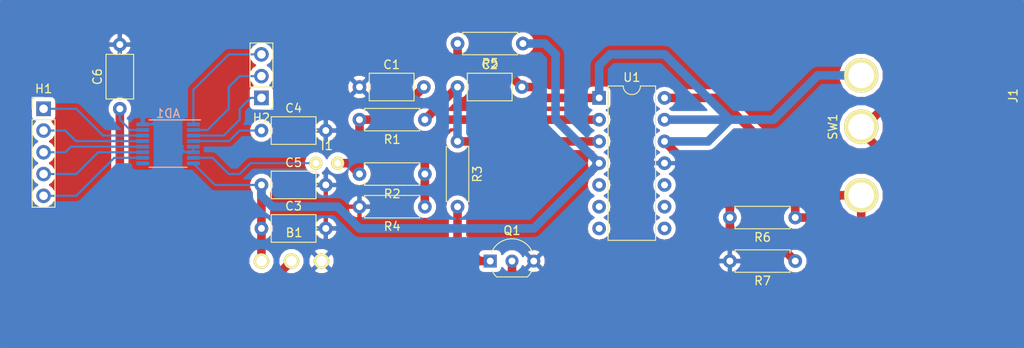
<source format=kicad_pcb>
(kicad_pcb (version 4) (host pcbnew 4.0.2-stable)

  (general
    (links 51)
    (no_connects 0)
    (area 105.41 76.2 226.781 116.840001)
    (thickness 1.6)
    (drawings 13)
    (tracks 125)
    (zones 0)
    (modules 22)
    (nets 21)
  )

  (page A4)
  (layers
    (0 F.Cu signal hide)
    (31 B.Cu signal)
    (34 B.Paste user)
    (35 F.Paste user)
    (36 B.SilkS user)
    (37 F.SilkS user)
    (38 B.Mask user)
    (39 F.Mask user)
    (44 Edge.Cuts user)
    (47 F.CrtYd user)
  )

  (setup
    (last_trace_width 0.25)
    (trace_clearance 0.2)
    (zone_clearance 0.508)
    (zone_45_only no)
    (trace_min 0.2)
    (segment_width 0.2)
    (edge_width 0.15)
    (via_size 0.6)
    (via_drill 0.4)
    (via_min_size 0.4)
    (via_min_drill 0.3)
    (uvia_size 0.3)
    (uvia_drill 0.1)
    (uvias_allowed no)
    (uvia_min_size 0.2)
    (uvia_min_drill 0.1)
    (pcb_text_width 0.3)
    (pcb_text_size 1.5 1.5)
    (mod_edge_width 0.15)
    (mod_text_size 1 1)
    (mod_text_width 0.15)
    (pad_size 1.9 1)
    (pad_drill 0)
    (pad_to_mask_clearance 0.2)
    (aux_axis_origin 0 0)
    (visible_elements 7FFFFFFF)
    (pcbplotparams
      (layerselection 0x00030_80000001)
      (usegerberextensions false)
      (excludeedgelayer true)
      (linewidth 0.100000)
      (plotframeref false)
      (viasonmask false)
      (mode 1)
      (useauxorigin false)
      (hpglpennumber 1)
      (hpglpenspeed 20)
      (hpglpendiameter 15)
      (hpglpenoverlay 2)
      (psnegative true)
      (psa4output false)
      (plotreference true)
      (plotvalue true)
      (plotinvisibletext false)
      (padsonsilk false)
      (subtractmaskfromsilk false)
      (outputformat 4)
      (mirror false)
      (drillshape 2)
      (scaleselection 1)
      (outputdirectory ""))
  )

  (net 0 "")
  (net 1 /~ALERT)
  (net 2 /~CLEAR)
  (net 3 /~RESET)
  (net 4 "Net-(AD1-Pad4)")
  (net 5 GND)
  (net 6 "Net-(AD1-Pad7)")
  (net 7 VCC)
  (net 8 /SDO)
  (net 9 /~LDAC)
  (net 10 /SDI)
  (net 11 /~SYNC)
  (net 12 /SCLK)
  (net 13 VDD)
  (net 14 "Net-(C1-Pad2)")
  (net 15 "Net-(C2-Pad1)")
  (net 16 "Net-(C2-Pad2)")
  (net 17 "Net-(J1-Pad2)")
  (net 18 "Net-(Q1-Pad2)")
  (net 19 "Net-(Q1-Pad1)")
  (net 20 "Net-(R2-Pad1)")

  (net_class Default "Ceci est la Netclass par défaut"
    (clearance 0.2)
    (trace_width 0.25)
    (via_dia 0.6)
    (via_drill 0.4)
    (uvia_dia 0.3)
    (uvia_drill 0.1)
    (add_net /SCLK)
    (add_net /SDI)
    (add_net /SDO)
    (add_net /~ALERT)
    (add_net /~CLEAR)
    (add_net /~LDAC)
    (add_net /~RESET)
    (add_net /~SYNC)
    (add_net GND)
    (add_net "Net-(AD1-Pad4)")
    (add_net "Net-(AD1-Pad7)")
    (add_net "Net-(C1-Pad2)")
    (add_net "Net-(C2-Pad1)")
    (add_net "Net-(C2-Pad2)")
    (add_net "Net-(J1-Pad2)")
    (add_net "Net-(Q1-Pad1)")
    (add_net "Net-(Q1-Pad2)")
    (add_net "Net-(R2-Pad1)")
    (add_net VCC)
    (add_net VDD)
  )

  (module Capacitors_ThroughHole:C_Axial_L5.1mm_D3.1mm_P7.50mm_Horizontal (layer F.Cu) (tedit 58765D06) (tstamp 58EF8459)
    (at 135.89 102.87)
    (descr "C, Axial series, Axial, Horizontal, pin pitch=7.5mm, , length*diameter=5.1*3.1mm^2, http://www.vishay.com/docs/45231/arseries.pdf")
    (tags "C Axial series Axial Horizontal pin pitch 7.5mm  length 5.1mm diameter 3.1mm")
    (path /58BEDAEC)
    (fp_text reference C3 (at 3.75 -2.61) (layer F.SilkS)
      (effects (font (size 1 1) (thickness 0.15)))
    )
    (fp_text value 100nF (at 3.75 2.61) (layer F.Fab)
      (effects (font (size 1 1) (thickness 0.15)))
    )
    (fp_line (start 1.2 -1.55) (end 1.2 1.55) (layer F.Fab) (width 0.1))
    (fp_line (start 1.2 1.55) (end 6.3 1.55) (layer F.Fab) (width 0.1))
    (fp_line (start 6.3 1.55) (end 6.3 -1.55) (layer F.Fab) (width 0.1))
    (fp_line (start 6.3 -1.55) (end 1.2 -1.55) (layer F.Fab) (width 0.1))
    (fp_line (start 0 0) (end 1.2 0) (layer F.Fab) (width 0.1))
    (fp_line (start 7.5 0) (end 6.3 0) (layer F.Fab) (width 0.1))
    (fp_line (start 1.14 -1.61) (end 1.14 1.61) (layer F.SilkS) (width 0.12))
    (fp_line (start 1.14 1.61) (end 6.36 1.61) (layer F.SilkS) (width 0.12))
    (fp_line (start 6.36 1.61) (end 6.36 -1.61) (layer F.SilkS) (width 0.12))
    (fp_line (start 6.36 -1.61) (end 1.14 -1.61) (layer F.SilkS) (width 0.12))
    (fp_line (start 0.98 0) (end 1.14 0) (layer F.SilkS) (width 0.12))
    (fp_line (start 6.52 0) (end 6.36 0) (layer F.SilkS) (width 0.12))
    (fp_line (start -1.05 -1.9) (end -1.05 1.9) (layer F.CrtYd) (width 0.05))
    (fp_line (start -1.05 1.9) (end 8.55 1.9) (layer F.CrtYd) (width 0.05))
    (fp_line (start 8.55 1.9) (end 8.55 -1.9) (layer F.CrtYd) (width 0.05))
    (fp_line (start 8.55 -1.9) (end -1.05 -1.9) (layer F.CrtYd) (width 0.05))
    (pad 1 thru_hole circle (at 0 0) (size 1.6 1.6) (drill 0.8) (layers *.Cu *.Mask)
      (net 7 VCC))
    (pad 2 thru_hole oval (at 7.5 0) (size 1.6 1.6) (drill 0.8) (layers *.Cu *.Mask)
      (net 5 GND))
    (model Capacitors_THT.3dshapes/C_Axial_L5.1mm_D3.1mm_P7.50mm_Horizontal.wrl
      (at (xyz 0 0 0))
      (scale (xyz 0.393701 0.393701 0.393701))
      (rotate (xyz 0 0 0))
    )
  )

  (module Housings_SSOP:TSSOP-16_4.4x5mm_Pitch0.65mm (layer B.Cu) (tedit 54130A77) (tstamp 58EF8410)
    (at 125 93 180)
    (descr "16-Lead Plastic Thin Shrink Small Outline (ST)-4.4 mm Body [TSSOP] (see Microchip Packaging Specification 00000049BS.pdf)")
    (tags "SSOP 0.65")
    (path /58D2697C)
    (attr smd)
    (fp_text reference AD1 (at 0 3.55 180) (layer B.SilkS)
      (effects (font (size 1 1) (thickness 0.15)) (justify mirror))
    )
    (fp_text value AD5761R (at 0 -3.55 180) (layer B.Fab)
      (effects (font (size 1 1) (thickness 0.15)) (justify mirror))
    )
    (fp_line (start -1.2 2.5) (end 2.2 2.5) (layer B.Fab) (width 0.15))
    (fp_line (start 2.2 2.5) (end 2.2 -2.5) (layer B.Fab) (width 0.15))
    (fp_line (start 2.2 -2.5) (end -2.2 -2.5) (layer B.Fab) (width 0.15))
    (fp_line (start -2.2 -2.5) (end -2.2 1.5) (layer B.Fab) (width 0.15))
    (fp_line (start -2.2 1.5) (end -1.2 2.5) (layer B.Fab) (width 0.15))
    (fp_line (start -3.95 2.9) (end -3.95 -2.8) (layer B.CrtYd) (width 0.05))
    (fp_line (start 3.95 2.9) (end 3.95 -2.8) (layer B.CrtYd) (width 0.05))
    (fp_line (start -3.95 2.9) (end 3.95 2.9) (layer B.CrtYd) (width 0.05))
    (fp_line (start -3.95 -2.8) (end 3.95 -2.8) (layer B.CrtYd) (width 0.05))
    (fp_line (start -2.2 -2.725) (end 2.2 -2.725) (layer B.SilkS) (width 0.15))
    (fp_line (start -3.775 2.8) (end 2.2 2.8) (layer B.SilkS) (width 0.15))
    (fp_text user %R (at 0 0 180) (layer B.Fab)
      (effects (font (size 0.8 0.8) (thickness 0.15)) (justify mirror))
    )
    (pad 1 smd rect (at -2.95 2.275 180) (size 1.5 0.45) (layers B.Cu B.Paste B.Mask)
      (net 1 /~ALERT))
    (pad 2 smd rect (at -2.95 1.625 180) (size 1.5 0.45) (layers B.Cu B.Paste B.Mask)
      (net 2 /~CLEAR))
    (pad 3 smd rect (at -2.95 0.975 180) (size 1.5 0.45) (layers B.Cu B.Paste B.Mask)
      (net 3 /~RESET))
    (pad 4 smd rect (at -2.95 0.325 180) (size 1.5 0.45) (layers B.Cu B.Paste B.Mask)
      (net 4 "Net-(AD1-Pad4)"))
    (pad 5 smd rect (at -2.95 -0.325 180) (size 1.5 0.45) (layers B.Cu B.Paste B.Mask)
      (net 5 GND))
    (pad 6 smd rect (at -2.95 -0.975 180) (size 1.5 0.45) (layers B.Cu B.Paste B.Mask)
      (net 5 GND))
    (pad 7 smd rect (at -2.95 -1.625 180) (size 1.5 0.45) (layers B.Cu B.Paste B.Mask)
      (net 6 "Net-(AD1-Pad7)"))
    (pad 8 smd rect (at -2.95 -2.275 180) (size 1.5 0.45) (layers B.Cu B.Paste B.Mask)
      (net 7 VCC))
    (pad 9 smd rect (at 2.95 -2.275 180) (size 1.5 0.45) (layers B.Cu B.Paste B.Mask))
    (pad 10 smd rect (at 2.95 -1.625 180) (size 1.5 0.45) (layers B.Cu B.Paste B.Mask)
      (net 8 /SDO))
    (pad 11 smd rect (at 2.95 -0.975 180) (size 1.5 0.45) (layers B.Cu B.Paste B.Mask)
      (net 9 /~LDAC))
    (pad 12 smd rect (at 2.95 -0.325 180) (size 1.5 0.45) (layers B.Cu B.Paste B.Mask)
      (net 10 /SDI))
    (pad 13 smd rect (at 2.95 0.325 180) (size 1.5 0.45) (layers B.Cu B.Paste B.Mask)
      (net 11 /~SYNC))
    (pad 14 smd rect (at 2.95 0.975 180) (size 1.5 0.45) (layers B.Cu B.Paste B.Mask)
      (net 12 /SCLK))
    (pad 15 smd rect (at 2.95 1.625 180) (size 1.5 0.45) (layers B.Cu B.Paste B.Mask)
      (net 13 VDD))
    (pad 16 smd rect (at 2.95 2.275 180) (size 1.5 0.45) (layers B.Cu B.Paste B.Mask)
      (net 5 GND))
    (model ${KISYS3DMOD}/Housings_SSOP.3dshapes/TSSOP-16_4.4x5mm_Pitch0.65mm.wrl
      (at (xyz 0 0 0))
      (scale (xyz 1 1 1))
      (rotate (xyz 0 0 0))
    )
  )

  (module bornier:Bornier_3pins (layer F.Cu) (tedit 58ECEEFF) (tstamp 58EF8417)
    (at 139.7 102.87)
    (path /58E394FA)
    (fp_text reference B1 (at 0 0.5) (layer F.SilkS)
      (effects (font (size 1 1) (thickness 0.15)))
    )
    (fp_text value Bornier (at 0 -0.5) (layer F.Fab)
      (effects (font (size 1 1) (thickness 0.15)))
    )
    (pad 1 thru_hole circle (at -3.81 3.81) (size 1.8 1.8) (drill 1.2) (layers *.Cu *.Mask F.SilkS)
      (net 7 VCC))
    (pad 2 thru_hole circle (at -0.31 3.81) (size 1.8 1.8) (drill 1.2) (layers *.Cu *.Mask F.SilkS)
      (net 13 VDD))
    (pad 3 thru_hole circle (at 3.19 3.81) (size 1.8 1.8) (drill 1.2) (layers *.Cu *.Mask F.SilkS)
      (net 5 GND))
  )

  (module Capacitors_ThroughHole:C_Axial_L5.1mm_D3.1mm_P7.50mm_Horizontal (layer F.Cu) (tedit 58765D06) (tstamp 58EF842D)
    (at 147.32 86.36)
    (descr "C, Axial series, Axial, Horizontal, pin pitch=7.5mm, , length*diameter=5.1*3.1mm^2, http://www.vishay.com/docs/45231/arseries.pdf")
    (tags "C Axial series Axial Horizontal pin pitch 7.5mm  length 5.1mm diameter 3.1mm")
    (path /58BEEB79)
    (fp_text reference C1 (at 3.75 -2.61) (layer F.SilkS)
      (effects (font (size 1 1) (thickness 0.15)))
    )
    (fp_text value 100nF (at 3.75 2.61) (layer F.Fab)
      (effects (font (size 1 1) (thickness 0.15)))
    )
    (fp_line (start 1.2 -1.55) (end 1.2 1.55) (layer F.Fab) (width 0.1))
    (fp_line (start 1.2 1.55) (end 6.3 1.55) (layer F.Fab) (width 0.1))
    (fp_line (start 6.3 1.55) (end 6.3 -1.55) (layer F.Fab) (width 0.1))
    (fp_line (start 6.3 -1.55) (end 1.2 -1.55) (layer F.Fab) (width 0.1))
    (fp_line (start 0 0) (end 1.2 0) (layer F.Fab) (width 0.1))
    (fp_line (start 7.5 0) (end 6.3 0) (layer F.Fab) (width 0.1))
    (fp_line (start 1.14 -1.61) (end 1.14 1.61) (layer F.SilkS) (width 0.12))
    (fp_line (start 1.14 1.61) (end 6.36 1.61) (layer F.SilkS) (width 0.12))
    (fp_line (start 6.36 1.61) (end 6.36 -1.61) (layer F.SilkS) (width 0.12))
    (fp_line (start 6.36 -1.61) (end 1.14 -1.61) (layer F.SilkS) (width 0.12))
    (fp_line (start 0.98 0) (end 1.14 0) (layer F.SilkS) (width 0.12))
    (fp_line (start 6.52 0) (end 6.36 0) (layer F.SilkS) (width 0.12))
    (fp_line (start -1.05 -1.9) (end -1.05 1.9) (layer F.CrtYd) (width 0.05))
    (fp_line (start -1.05 1.9) (end 8.55 1.9) (layer F.CrtYd) (width 0.05))
    (fp_line (start 8.55 1.9) (end 8.55 -1.9) (layer F.CrtYd) (width 0.05))
    (fp_line (start 8.55 -1.9) (end -1.05 -1.9) (layer F.CrtYd) (width 0.05))
    (pad 1 thru_hole circle (at 0 0) (size 1.6 1.6) (drill 0.8) (layers *.Cu *.Mask)
      (net 5 GND))
    (pad 2 thru_hole oval (at 7.5 0) (size 1.6 1.6) (drill 0.8) (layers *.Cu *.Mask)
      (net 14 "Net-(C1-Pad2)"))
    (model Capacitors_THT.3dshapes/C_Axial_L5.1mm_D3.1mm_P7.50mm_Horizontal.wrl
      (at (xyz 0 0 0))
      (scale (xyz 0.393701 0.393701 0.393701))
      (rotate (xyz 0 0 0))
    )
  )

  (module Capacitors_ThroughHole:C_Axial_L5.1mm_D3.1mm_P7.50mm_Horizontal (layer F.Cu) (tedit 58765D06) (tstamp 58EF8443)
    (at 158.75 86.36)
    (descr "C, Axial series, Axial, Horizontal, pin pitch=7.5mm, , length*diameter=5.1*3.1mm^2, http://www.vishay.com/docs/45231/arseries.pdf")
    (tags "C Axial series Axial Horizontal pin pitch 7.5mm  length 5.1mm diameter 3.1mm")
    (path /58BEB5A1)
    (fp_text reference C2 (at 3.75 -2.61) (layer F.SilkS)
      (effects (font (size 1 1) (thickness 0.15)))
    )
    (fp_text value 10nF (at 3.75 2.61) (layer F.Fab)
      (effects (font (size 1 1) (thickness 0.15)))
    )
    (fp_line (start 1.2 -1.55) (end 1.2 1.55) (layer F.Fab) (width 0.1))
    (fp_line (start 1.2 1.55) (end 6.3 1.55) (layer F.Fab) (width 0.1))
    (fp_line (start 6.3 1.55) (end 6.3 -1.55) (layer F.Fab) (width 0.1))
    (fp_line (start 6.3 -1.55) (end 1.2 -1.55) (layer F.Fab) (width 0.1))
    (fp_line (start 0 0) (end 1.2 0) (layer F.Fab) (width 0.1))
    (fp_line (start 7.5 0) (end 6.3 0) (layer F.Fab) (width 0.1))
    (fp_line (start 1.14 -1.61) (end 1.14 1.61) (layer F.SilkS) (width 0.12))
    (fp_line (start 1.14 1.61) (end 6.36 1.61) (layer F.SilkS) (width 0.12))
    (fp_line (start 6.36 1.61) (end 6.36 -1.61) (layer F.SilkS) (width 0.12))
    (fp_line (start 6.36 -1.61) (end 1.14 -1.61) (layer F.SilkS) (width 0.12))
    (fp_line (start 0.98 0) (end 1.14 0) (layer F.SilkS) (width 0.12))
    (fp_line (start 6.52 0) (end 6.36 0) (layer F.SilkS) (width 0.12))
    (fp_line (start -1.05 -1.9) (end -1.05 1.9) (layer F.CrtYd) (width 0.05))
    (fp_line (start -1.05 1.9) (end 8.55 1.9) (layer F.CrtYd) (width 0.05))
    (fp_line (start 8.55 1.9) (end 8.55 -1.9) (layer F.CrtYd) (width 0.05))
    (fp_line (start 8.55 -1.9) (end -1.05 -1.9) (layer F.CrtYd) (width 0.05))
    (pad 1 thru_hole circle (at 0 0) (size 1.6 1.6) (drill 0.8) (layers *.Cu *.Mask)
      (net 15 "Net-(C2-Pad1)"))
    (pad 2 thru_hole oval (at 7.5 0) (size 1.6 1.6) (drill 0.8) (layers *.Cu *.Mask)
      (net 16 "Net-(C2-Pad2)"))
    (model Capacitors_THT.3dshapes/C_Axial_L5.1mm_D3.1mm_P7.50mm_Horizontal.wrl
      (at (xyz 0 0 0))
      (scale (xyz 0.393701 0.393701 0.393701))
      (rotate (xyz 0 0 0))
    )
  )

  (module Capacitors_ThroughHole:C_Axial_L5.1mm_D3.1mm_P7.50mm_Horizontal (layer F.Cu) (tedit 58765D06) (tstamp 58EF846F)
    (at 135.89 91.44)
    (descr "C, Axial series, Axial, Horizontal, pin pitch=7.5mm, , length*diameter=5.1*3.1mm^2, http://www.vishay.com/docs/45231/arseries.pdf")
    (tags "C Axial series Axial Horizontal pin pitch 7.5mm  length 5.1mm diameter 3.1mm")
    (path /58DABABF)
    (fp_text reference C4 (at 3.75 -2.61) (layer F.SilkS)
      (effects (font (size 1 1) (thickness 0.15)))
    )
    (fp_text value 100nF (at 3.75 2.61) (layer F.Fab)
      (effects (font (size 1 1) (thickness 0.15)))
    )
    (fp_line (start 1.2 -1.55) (end 1.2 1.55) (layer F.Fab) (width 0.1))
    (fp_line (start 1.2 1.55) (end 6.3 1.55) (layer F.Fab) (width 0.1))
    (fp_line (start 6.3 1.55) (end 6.3 -1.55) (layer F.Fab) (width 0.1))
    (fp_line (start 6.3 -1.55) (end 1.2 -1.55) (layer F.Fab) (width 0.1))
    (fp_line (start 0 0) (end 1.2 0) (layer F.Fab) (width 0.1))
    (fp_line (start 7.5 0) (end 6.3 0) (layer F.Fab) (width 0.1))
    (fp_line (start 1.14 -1.61) (end 1.14 1.61) (layer F.SilkS) (width 0.12))
    (fp_line (start 1.14 1.61) (end 6.36 1.61) (layer F.SilkS) (width 0.12))
    (fp_line (start 6.36 1.61) (end 6.36 -1.61) (layer F.SilkS) (width 0.12))
    (fp_line (start 6.36 -1.61) (end 1.14 -1.61) (layer F.SilkS) (width 0.12))
    (fp_line (start 0.98 0) (end 1.14 0) (layer F.SilkS) (width 0.12))
    (fp_line (start 6.52 0) (end 6.36 0) (layer F.SilkS) (width 0.12))
    (fp_line (start -1.05 -1.9) (end -1.05 1.9) (layer F.CrtYd) (width 0.05))
    (fp_line (start -1.05 1.9) (end 8.55 1.9) (layer F.CrtYd) (width 0.05))
    (fp_line (start 8.55 1.9) (end 8.55 -1.9) (layer F.CrtYd) (width 0.05))
    (fp_line (start 8.55 -1.9) (end -1.05 -1.9) (layer F.CrtYd) (width 0.05))
    (pad 1 thru_hole circle (at 0 0) (size 1.6 1.6) (drill 0.8) (layers *.Cu *.Mask)
      (net 4 "Net-(AD1-Pad4)"))
    (pad 2 thru_hole oval (at 7.5 0) (size 1.6 1.6) (drill 0.8) (layers *.Cu *.Mask)
      (net 5 GND))
    (model Capacitors_THT.3dshapes/C_Axial_L5.1mm_D3.1mm_P7.50mm_Horizontal.wrl
      (at (xyz 0 0 0))
      (scale (xyz 0.393701 0.393701 0.393701))
      (rotate (xyz 0 0 0))
    )
  )

  (module Capacitors_ThroughHole:C_Axial_L5.1mm_D3.1mm_P7.50mm_Horizontal (layer F.Cu) (tedit 58765D06) (tstamp 58EF8485)
    (at 135.89 97.79)
    (descr "C, Axial series, Axial, Horizontal, pin pitch=7.5mm, , length*diameter=5.1*3.1mm^2, http://www.vishay.com/docs/45231/arseries.pdf")
    (tags "C Axial series Axial Horizontal pin pitch 7.5mm  length 5.1mm diameter 3.1mm")
    (path /58E45976)
    (fp_text reference C5 (at 3.75 -2.61) (layer F.SilkS)
      (effects (font (size 1 1) (thickness 0.15)))
    )
    (fp_text value 100nF (at 3.75 2.61) (layer F.Fab)
      (effects (font (size 1 1) (thickness 0.15)))
    )
    (fp_line (start 1.2 -1.55) (end 1.2 1.55) (layer F.Fab) (width 0.1))
    (fp_line (start 1.2 1.55) (end 6.3 1.55) (layer F.Fab) (width 0.1))
    (fp_line (start 6.3 1.55) (end 6.3 -1.55) (layer F.Fab) (width 0.1))
    (fp_line (start 6.3 -1.55) (end 1.2 -1.55) (layer F.Fab) (width 0.1))
    (fp_line (start 0 0) (end 1.2 0) (layer F.Fab) (width 0.1))
    (fp_line (start 7.5 0) (end 6.3 0) (layer F.Fab) (width 0.1))
    (fp_line (start 1.14 -1.61) (end 1.14 1.61) (layer F.SilkS) (width 0.12))
    (fp_line (start 1.14 1.61) (end 6.36 1.61) (layer F.SilkS) (width 0.12))
    (fp_line (start 6.36 1.61) (end 6.36 -1.61) (layer F.SilkS) (width 0.12))
    (fp_line (start 6.36 -1.61) (end 1.14 -1.61) (layer F.SilkS) (width 0.12))
    (fp_line (start 0.98 0) (end 1.14 0) (layer F.SilkS) (width 0.12))
    (fp_line (start 6.52 0) (end 6.36 0) (layer F.SilkS) (width 0.12))
    (fp_line (start -1.05 -1.9) (end -1.05 1.9) (layer F.CrtYd) (width 0.05))
    (fp_line (start -1.05 1.9) (end 8.55 1.9) (layer F.CrtYd) (width 0.05))
    (fp_line (start 8.55 1.9) (end 8.55 -1.9) (layer F.CrtYd) (width 0.05))
    (fp_line (start 8.55 -1.9) (end -1.05 -1.9) (layer F.CrtYd) (width 0.05))
    (pad 1 thru_hole circle (at 0 0) (size 1.6 1.6) (drill 0.8) (layers *.Cu *.Mask)
      (net 7 VCC))
    (pad 2 thru_hole oval (at 7.5 0) (size 1.6 1.6) (drill 0.8) (layers *.Cu *.Mask)
      (net 5 GND))
    (model Capacitors_THT.3dshapes/C_Axial_L5.1mm_D3.1mm_P7.50mm_Horizontal.wrl
      (at (xyz 0 0 0))
      (scale (xyz 0.393701 0.393701 0.393701))
      (rotate (xyz 0 0 0))
    )
  )

  (module Capacitors_ThroughHole:C_Axial_L5.1mm_D3.1mm_P7.50mm_Horizontal (layer F.Cu) (tedit 58765D06) (tstamp 58EF849B)
    (at 119.38 88.9 90)
    (descr "C, Axial series, Axial, Horizontal, pin pitch=7.5mm, , length*diameter=5.1*3.1mm^2, http://www.vishay.com/docs/45231/arseries.pdf")
    (tags "C Axial series Axial Horizontal pin pitch 7.5mm  length 5.1mm diameter 3.1mm")
    (path /58E3F33A)
    (fp_text reference C6 (at 3.75 -2.61 90) (layer F.SilkS)
      (effects (font (size 1 1) (thickness 0.15)))
    )
    (fp_text value 100nF (at 3.75 2.61 90) (layer F.Fab)
      (effects (font (size 1 1) (thickness 0.15)))
    )
    (fp_line (start 1.2 -1.55) (end 1.2 1.55) (layer F.Fab) (width 0.1))
    (fp_line (start 1.2 1.55) (end 6.3 1.55) (layer F.Fab) (width 0.1))
    (fp_line (start 6.3 1.55) (end 6.3 -1.55) (layer F.Fab) (width 0.1))
    (fp_line (start 6.3 -1.55) (end 1.2 -1.55) (layer F.Fab) (width 0.1))
    (fp_line (start 0 0) (end 1.2 0) (layer F.Fab) (width 0.1))
    (fp_line (start 7.5 0) (end 6.3 0) (layer F.Fab) (width 0.1))
    (fp_line (start 1.14 -1.61) (end 1.14 1.61) (layer F.SilkS) (width 0.12))
    (fp_line (start 1.14 1.61) (end 6.36 1.61) (layer F.SilkS) (width 0.12))
    (fp_line (start 6.36 1.61) (end 6.36 -1.61) (layer F.SilkS) (width 0.12))
    (fp_line (start 6.36 -1.61) (end 1.14 -1.61) (layer F.SilkS) (width 0.12))
    (fp_line (start 0.98 0) (end 1.14 0) (layer F.SilkS) (width 0.12))
    (fp_line (start 6.52 0) (end 6.36 0) (layer F.SilkS) (width 0.12))
    (fp_line (start -1.05 -1.9) (end -1.05 1.9) (layer F.CrtYd) (width 0.05))
    (fp_line (start -1.05 1.9) (end 8.55 1.9) (layer F.CrtYd) (width 0.05))
    (fp_line (start 8.55 1.9) (end 8.55 -1.9) (layer F.CrtYd) (width 0.05))
    (fp_line (start 8.55 -1.9) (end -1.05 -1.9) (layer F.CrtYd) (width 0.05))
    (pad 1 thru_hole circle (at 0 0 90) (size 1.6 1.6) (drill 0.8) (layers *.Cu *.Mask)
      (net 13 VDD))
    (pad 2 thru_hole oval (at 7.5 0 90) (size 1.6 1.6) (drill 0.8) (layers *.Cu *.Mask)
      (net 5 GND))
    (model Capacitors_THT.3dshapes/C_Axial_L5.1mm_D3.1mm_P7.50mm_Horizontal.wrl
      (at (xyz 0 0 0))
      (scale (xyz 0.393701 0.393701 0.393701))
      (rotate (xyz 0 0 0))
    )
  )

  (module Pin_Headers:Pin_Header_Straight_1x05_Pitch2.54mm (layer F.Cu) (tedit 58CD4EC1) (tstamp 58EF84B3)
    (at 110.49 88.9)
    (descr "Through hole straight pin header, 1x05, 2.54mm pitch, single row")
    (tags "Through hole pin header THT 1x05 2.54mm single row")
    (path /58EFDB48)
    (fp_text reference H1 (at 0 -2.33) (layer F.SilkS)
      (effects (font (size 1 1) (thickness 0.15)))
    )
    (fp_text value Header_left (at 0 12.49) (layer F.Fab)
      (effects (font (size 1 1) (thickness 0.15)))
    )
    (fp_line (start -1.27 -1.27) (end -1.27 11.43) (layer F.Fab) (width 0.1))
    (fp_line (start -1.27 11.43) (end 1.27 11.43) (layer F.Fab) (width 0.1))
    (fp_line (start 1.27 11.43) (end 1.27 -1.27) (layer F.Fab) (width 0.1))
    (fp_line (start 1.27 -1.27) (end -1.27 -1.27) (layer F.Fab) (width 0.1))
    (fp_line (start -1.33 1.27) (end -1.33 11.49) (layer F.SilkS) (width 0.12))
    (fp_line (start -1.33 11.49) (end 1.33 11.49) (layer F.SilkS) (width 0.12))
    (fp_line (start 1.33 11.49) (end 1.33 1.27) (layer F.SilkS) (width 0.12))
    (fp_line (start 1.33 1.27) (end -1.33 1.27) (layer F.SilkS) (width 0.12))
    (fp_line (start -1.33 0) (end -1.33 -1.33) (layer F.SilkS) (width 0.12))
    (fp_line (start -1.33 -1.33) (end 0 -1.33) (layer F.SilkS) (width 0.12))
    (fp_line (start -1.8 -1.8) (end -1.8 11.95) (layer F.CrtYd) (width 0.05))
    (fp_line (start -1.8 11.95) (end 1.8 11.95) (layer F.CrtYd) (width 0.05))
    (fp_line (start 1.8 11.95) (end 1.8 -1.8) (layer F.CrtYd) (width 0.05))
    (fp_line (start 1.8 -1.8) (end -1.8 -1.8) (layer F.CrtYd) (width 0.05))
    (fp_text user %R (at 0 -2.33) (layer F.Fab)
      (effects (font (size 1 1) (thickness 0.15)))
    )
    (pad 1 thru_hole rect (at 0 0) (size 1.7 1.7) (drill 1) (layers *.Cu *.Mask)
      (net 12 /SCLK))
    (pad 2 thru_hole oval (at 0 2.54) (size 1.7 1.7) (drill 1) (layers *.Cu *.Mask)
      (net 11 /~SYNC))
    (pad 3 thru_hole oval (at 0 5.08) (size 1.7 1.7) (drill 1) (layers *.Cu *.Mask)
      (net 10 /SDI))
    (pad 4 thru_hole oval (at 0 7.62) (size 1.7 1.7) (drill 1) (layers *.Cu *.Mask)
      (net 9 /~LDAC))
    (pad 5 thru_hole oval (at 0 10.16) (size 1.7 1.7) (drill 1) (layers *.Cu *.Mask)
      (net 8 /SDO))
    (model ${KISYS3DMOD}/Pin_Headers.3dshapes/Pin_Header_Straight_1x05_Pitch2.54mm.wrl
      (at (xyz 0 -0.2 0))
      (scale (xyz 1 1 1))
      (rotate (xyz 0 0 90))
    )
  )

  (module Pin_Headers:Pin_Header_Straight_1x03_Pitch2.54mm (layer F.Cu) (tedit 58CD4EC1) (tstamp 58EF84C9)
    (at 135.89 87.63 180)
    (descr "Through hole straight pin header, 1x03, 2.54mm pitch, single row")
    (tags "Through hole pin header THT 1x03 2.54mm single row")
    (path /58EFE144)
    (fp_text reference H2 (at 0 -2.33 180) (layer F.SilkS)
      (effects (font (size 1 1) (thickness 0.15)))
    )
    (fp_text value Header_right (at 0 7.41 180) (layer F.Fab)
      (effects (font (size 1 1) (thickness 0.15)))
    )
    (fp_line (start -1.27 -1.27) (end -1.27 6.35) (layer F.Fab) (width 0.1))
    (fp_line (start -1.27 6.35) (end 1.27 6.35) (layer F.Fab) (width 0.1))
    (fp_line (start 1.27 6.35) (end 1.27 -1.27) (layer F.Fab) (width 0.1))
    (fp_line (start 1.27 -1.27) (end -1.27 -1.27) (layer F.Fab) (width 0.1))
    (fp_line (start -1.33 1.27) (end -1.33 6.41) (layer F.SilkS) (width 0.12))
    (fp_line (start -1.33 6.41) (end 1.33 6.41) (layer F.SilkS) (width 0.12))
    (fp_line (start 1.33 6.41) (end 1.33 1.27) (layer F.SilkS) (width 0.12))
    (fp_line (start 1.33 1.27) (end -1.33 1.27) (layer F.SilkS) (width 0.12))
    (fp_line (start -1.33 0) (end -1.33 -1.33) (layer F.SilkS) (width 0.12))
    (fp_line (start -1.33 -1.33) (end 0 -1.33) (layer F.SilkS) (width 0.12))
    (fp_line (start -1.8 -1.8) (end -1.8 6.85) (layer F.CrtYd) (width 0.05))
    (fp_line (start -1.8 6.85) (end 1.8 6.85) (layer F.CrtYd) (width 0.05))
    (fp_line (start 1.8 6.85) (end 1.8 -1.8) (layer F.CrtYd) (width 0.05))
    (fp_line (start 1.8 -1.8) (end -1.8 -1.8) (layer F.CrtYd) (width 0.05))
    (fp_text user %R (at 0 -2.33 180) (layer F.Fab)
      (effects (font (size 1 1) (thickness 0.15)))
    )
    (pad 1 thru_hole rect (at 0 0 180) (size 1.7 1.7) (drill 1) (layers *.Cu *.Mask)
      (net 3 /~RESET))
    (pad 2 thru_hole oval (at 0 2.54 180) (size 1.7 1.7) (drill 1) (layers *.Cu *.Mask)
      (net 2 /~CLEAR))
    (pad 3 thru_hole oval (at 0 5.08 180) (size 1.7 1.7) (drill 1) (layers *.Cu *.Mask)
      (net 1 /~ALERT))
    (model ${KISYS3DMOD}/Pin_Headers.3dshapes/Pin_Header_Straight_1x03_Pitch2.54mm.wrl
      (at (xyz 0 -0.1 0))
      (scale (xyz 1 1 1))
      (rotate (xyz 0 0 90))
    )
  )

  (module test:test (layer F.Cu) (tedit 58ECEDBD) (tstamp 58EF84CF)
    (at 143.51 92.71)
    (path /58D26AE2)
    (fp_text reference I1 (at 0 0.5) (layer F.SilkS)
      (effects (font (size 1 1) (thickness 0.15)))
    )
    (fp_text value TEST (at 0 -0.5) (layer F.Fab)
      (effects (font (size 1 1) (thickness 0.15)))
    )
    (pad 1 thru_hole circle (at -1.27 2.54) (size 1.524 1.524) (drill 0.762) (layers *.Cu *.Mask F.SilkS)
      (net 6 "Net-(AD1-Pad7)"))
    (pad 2 thru_hole circle (at 1.27 2.54) (size 1.524 1.524) (drill 0.762) (layers *.Cu *.Mask F.SilkS)
      (net 14 "Net-(C1-Pad2)"))
  )

  (module jack:jack-stereo (layer F.Cu) (tedit 58EF8DA0) (tstamp 58EF84DD)
    (at 222.25 92.71 270)
    (path /58D1CA56)
    (fp_text reference J1 (at -5.334 -1.27 270) (layer F.SilkS)
      (effects (font (size 1 1) (thickness 0.15)))
    )
    (fp_text value JACK_STEREO (at -6.858 -3.556 270) (layer F.Fab)
      (effects (font (size 1 1) (thickness 0.15)))
    )
    (fp_line (start -1.524 -3.048) (end -1.524 -4.064) (layer F.SilkS) (width 0.15))
    (fp_line (start -1.524 -4.064) (end 1.016 -4.064) (layer F.SilkS) (width 0.15))
    (fp_line (start 1.016 -4.064) (end 1.016 -3.048) (layer F.SilkS) (width 0.15))
    (fp_line (start -2.032 -3) (end 1.524 -3) (layer B.Paste) (width 0.15))
    (fp_line (start 1.524 11) (end -2.032 11) (layer B.Paste) (width 0.15))
    (fp_line (start -2.032 11) (end -2.032 -3) (layer B.Paste) (width 0.15))
    (fp_line (start 1.524 -3) (end 1.524 11) (layer B.Paste) (width 0.15))
    (pad 2 smd rect (at 2.5 1 270) (size 1.9 1) (layers F.Cu F.Paste F.Mask)
      (net 17 "Net-(J1-Pad2)"))
    (pad 3 smd rect (at -3 -0.5 270) (size 1.9 1) (layers F.Cu F.Paste F.Mask)
      (net 17 "Net-(J1-Pad2)"))
    (pad 1 smd rect (at -3 8.5 270) (size 2 1.5) (layers F.Cu F.Paste F.Mask)
      (net 5 GND))
  )

  (module TO_SOT_Packages_THT:TO-92_Inline_Wide (layer F.Cu) (tedit 58CE52AF) (tstamp 58EF84F1)
    (at 162.56 106.68)
    (descr "TO-92 leads in-line, wide, drill 0.8mm (see NXP sot054_po.pdf)")
    (tags "to-92 sc-43 sc-43a sot54 PA33 transistor")
    (path /58BED404)
    (fp_text reference Q1 (at 2.54 -3.56 180) (layer F.SilkS)
      (effects (font (size 1 1) (thickness 0.15)))
    )
    (fp_text value Q_NMOS_SGD (at 2.54 2.79) (layer F.Fab)
      (effects (font (size 1 1) (thickness 0.15)))
    )
    (fp_text user %R (at 2.54 -3.56 180) (layer F.Fab)
      (effects (font (size 1 1) (thickness 0.15)))
    )
    (fp_line (start 0.74 1.85) (end 4.34 1.85) (layer F.SilkS) (width 0.12))
    (fp_line (start 0.8 1.75) (end 4.3 1.75) (layer F.Fab) (width 0.1))
    (fp_line (start -1.01 -2.73) (end 6.09 -2.73) (layer F.CrtYd) (width 0.05))
    (fp_line (start -1.01 -2.73) (end -1.01 2.01) (layer F.CrtYd) (width 0.05))
    (fp_line (start 6.09 2.01) (end 6.09 -2.73) (layer F.CrtYd) (width 0.05))
    (fp_line (start 6.09 2.01) (end -1.01 2.01) (layer F.CrtYd) (width 0.05))
    (fp_arc (start 2.54 0) (end 0.74 1.85) (angle 20) (layer F.SilkS) (width 0.12))
    (fp_arc (start 2.54 0) (end 2.54 -2.6) (angle -65) (layer F.SilkS) (width 0.12))
    (fp_arc (start 2.54 0) (end 2.54 -2.6) (angle 65) (layer F.SilkS) (width 0.12))
    (fp_arc (start 2.54 0) (end 2.54 -2.48) (angle 135) (layer F.Fab) (width 0.1))
    (fp_arc (start 2.54 0) (end 2.54 -2.48) (angle -135) (layer F.Fab) (width 0.1))
    (fp_arc (start 2.54 0) (end 4.34 1.85) (angle -20) (layer F.SilkS) (width 0.12))
    (pad 2 thru_hole circle (at 2.54 0 90) (size 1.52 1.52) (drill 0.8) (layers *.Cu *.Mask)
      (net 18 "Net-(Q1-Pad2)"))
    (pad 3 thru_hole circle (at 5.08 0 90) (size 1.52 1.52) (drill 0.8) (layers *.Cu *.Mask)
      (net 5 GND))
    (pad 1 thru_hole rect (at 0 0 90) (size 1.52 1.52) (drill 0.8) (layers *.Cu *.Mask)
      (net 19 "Net-(Q1-Pad1)"))
    (model ${KISYS3DMOD}/TO_SOT_Packages_THT.3dshapes/TO-92_Inline_Wide.wrl
      (at (xyz 0.1 0 0))
      (scale (xyz 1 1 1))
      (rotate (xyz 0 0 -90))
    )
  )

  (module Resistors_ThroughHole:R_Axial_DIN0207_L6.3mm_D2.5mm_P7.62mm_Horizontal (layer F.Cu) (tedit 5874F706) (tstamp 58EF8507)
    (at 154.94 90.17 180)
    (descr "Resistor, Axial_DIN0207 series, Axial, Horizontal, pin pitch=7.62mm, 0.25W = 1/4W, length*diameter=6.3*2.5mm^2, http://cdn-reichelt.de/documents/datenblatt/B400/1_4W%23YAG.pdf")
    (tags "Resistor Axial_DIN0207 series Axial Horizontal pin pitch 7.62mm 0.25W = 1/4W length 6.3mm diameter 2.5mm")
    (path /58BEC53D)
    (fp_text reference R1 (at 3.81 -2.31 180) (layer F.SilkS)
      (effects (font (size 1 1) (thickness 0.15)))
    )
    (fp_text value 100k (at 3.81 2.31 180) (layer F.Fab)
      (effects (font (size 1 1) (thickness 0.15)))
    )
    (fp_line (start 0.66 -1.25) (end 0.66 1.25) (layer F.Fab) (width 0.1))
    (fp_line (start 0.66 1.25) (end 6.96 1.25) (layer F.Fab) (width 0.1))
    (fp_line (start 6.96 1.25) (end 6.96 -1.25) (layer F.Fab) (width 0.1))
    (fp_line (start 6.96 -1.25) (end 0.66 -1.25) (layer F.Fab) (width 0.1))
    (fp_line (start 0 0) (end 0.66 0) (layer F.Fab) (width 0.1))
    (fp_line (start 7.62 0) (end 6.96 0) (layer F.Fab) (width 0.1))
    (fp_line (start 0.6 -0.98) (end 0.6 -1.31) (layer F.SilkS) (width 0.12))
    (fp_line (start 0.6 -1.31) (end 7.02 -1.31) (layer F.SilkS) (width 0.12))
    (fp_line (start 7.02 -1.31) (end 7.02 -0.98) (layer F.SilkS) (width 0.12))
    (fp_line (start 0.6 0.98) (end 0.6 1.31) (layer F.SilkS) (width 0.12))
    (fp_line (start 0.6 1.31) (end 7.02 1.31) (layer F.SilkS) (width 0.12))
    (fp_line (start 7.02 1.31) (end 7.02 0.98) (layer F.SilkS) (width 0.12))
    (fp_line (start -1.05 -1.6) (end -1.05 1.6) (layer F.CrtYd) (width 0.05))
    (fp_line (start -1.05 1.6) (end 8.7 1.6) (layer F.CrtYd) (width 0.05))
    (fp_line (start 8.7 1.6) (end 8.7 -1.6) (layer F.CrtYd) (width 0.05))
    (fp_line (start 8.7 -1.6) (end -1.05 -1.6) (layer F.CrtYd) (width 0.05))
    (pad 1 thru_hole circle (at 0 0 180) (size 1.6 1.6) (drill 0.8) (layers *.Cu *.Mask)
      (net 15 "Net-(C2-Pad1)"))
    (pad 2 thru_hole oval (at 7.62 0 180) (size 1.6 1.6) (drill 0.8) (layers *.Cu *.Mask)
      (net 14 "Net-(C1-Pad2)"))
    (model Resistors_THT.3dshapes/R_Axial_DIN0207_L6.3mm_D2.5mm_P7.62mm_Horizontal.wrl
      (at (xyz 0 0 0))
      (scale (xyz 0.393701 0.393701 0.393701))
      (rotate (xyz 0 0 0))
    )
  )

  (module Resistors_ThroughHole:R_Axial_DIN0207_L6.3mm_D2.5mm_P7.62mm_Horizontal (layer F.Cu) (tedit 5874F706) (tstamp 58EF851D)
    (at 154.94 96.52 180)
    (descr "Resistor, Axial_DIN0207 series, Axial, Horizontal, pin pitch=7.62mm, 0.25W = 1/4W, length*diameter=6.3*2.5mm^2, http://cdn-reichelt.de/documents/datenblatt/B400/1_4W%23YAG.pdf")
    (tags "Resistor Axial_DIN0207 series Axial Horizontal pin pitch 7.62mm 0.25W = 1/4W length 6.3mm diameter 2.5mm")
    (path /58BEB6D9)
    (fp_text reference R2 (at 3.81 -2.31 180) (layer F.SilkS)
      (effects (font (size 1 1) (thickness 0.15)))
    )
    (fp_text value 47k (at 3.81 2.31 180) (layer F.Fab)
      (effects (font (size 1 1) (thickness 0.15)))
    )
    (fp_line (start 0.66 -1.25) (end 0.66 1.25) (layer F.Fab) (width 0.1))
    (fp_line (start 0.66 1.25) (end 6.96 1.25) (layer F.Fab) (width 0.1))
    (fp_line (start 6.96 1.25) (end 6.96 -1.25) (layer F.Fab) (width 0.1))
    (fp_line (start 6.96 -1.25) (end 0.66 -1.25) (layer F.Fab) (width 0.1))
    (fp_line (start 0 0) (end 0.66 0) (layer F.Fab) (width 0.1))
    (fp_line (start 7.62 0) (end 6.96 0) (layer F.Fab) (width 0.1))
    (fp_line (start 0.6 -0.98) (end 0.6 -1.31) (layer F.SilkS) (width 0.12))
    (fp_line (start 0.6 -1.31) (end 7.02 -1.31) (layer F.SilkS) (width 0.12))
    (fp_line (start 7.02 -1.31) (end 7.02 -0.98) (layer F.SilkS) (width 0.12))
    (fp_line (start 0.6 0.98) (end 0.6 1.31) (layer F.SilkS) (width 0.12))
    (fp_line (start 0.6 1.31) (end 7.02 1.31) (layer F.SilkS) (width 0.12))
    (fp_line (start 7.02 1.31) (end 7.02 0.98) (layer F.SilkS) (width 0.12))
    (fp_line (start -1.05 -1.6) (end -1.05 1.6) (layer F.CrtYd) (width 0.05))
    (fp_line (start -1.05 1.6) (end 8.7 1.6) (layer F.CrtYd) (width 0.05))
    (fp_line (start 8.7 1.6) (end 8.7 -1.6) (layer F.CrtYd) (width 0.05))
    (fp_line (start 8.7 -1.6) (end -1.05 -1.6) (layer F.CrtYd) (width 0.05))
    (pad 1 thru_hole circle (at 0 0 180) (size 1.6 1.6) (drill 0.8) (layers *.Cu *.Mask)
      (net 20 "Net-(R2-Pad1)"))
    (pad 2 thru_hole oval (at 7.62 0 180) (size 1.6 1.6) (drill 0.8) (layers *.Cu *.Mask)
      (net 14 "Net-(C1-Pad2)"))
    (model Resistors_THT.3dshapes/R_Axial_DIN0207_L6.3mm_D2.5mm_P7.62mm_Horizontal.wrl
      (at (xyz 0 0 0))
      (scale (xyz 0.393701 0.393701 0.393701))
      (rotate (xyz 0 0 0))
    )
  )

  (module Resistors_ThroughHole:R_Axial_DIN0207_L6.3mm_D2.5mm_P7.62mm_Horizontal (layer F.Cu) (tedit 5874F706) (tstamp 58EF8533)
    (at 158.75 92.71 270)
    (descr "Resistor, Axial_DIN0207 series, Axial, Horizontal, pin pitch=7.62mm, 0.25W = 1/4W, length*diameter=6.3*2.5mm^2, http://cdn-reichelt.de/documents/datenblatt/B400/1_4W%23YAG.pdf")
    (tags "Resistor Axial_DIN0207 series Axial Horizontal pin pitch 7.62mm 0.25W = 1/4W length 6.3mm diameter 2.5mm")
    (path /58BEB7A6)
    (fp_text reference R3 (at 3.81 -2.31 270) (layer F.SilkS)
      (effects (font (size 1 1) (thickness 0.15)))
    )
    (fp_text value 47k (at 3.81 2.31 270) (layer F.Fab)
      (effects (font (size 1 1) (thickness 0.15)))
    )
    (fp_line (start 0.66 -1.25) (end 0.66 1.25) (layer F.Fab) (width 0.1))
    (fp_line (start 0.66 1.25) (end 6.96 1.25) (layer F.Fab) (width 0.1))
    (fp_line (start 6.96 1.25) (end 6.96 -1.25) (layer F.Fab) (width 0.1))
    (fp_line (start 6.96 -1.25) (end 0.66 -1.25) (layer F.Fab) (width 0.1))
    (fp_line (start 0 0) (end 0.66 0) (layer F.Fab) (width 0.1))
    (fp_line (start 7.62 0) (end 6.96 0) (layer F.Fab) (width 0.1))
    (fp_line (start 0.6 -0.98) (end 0.6 -1.31) (layer F.SilkS) (width 0.12))
    (fp_line (start 0.6 -1.31) (end 7.02 -1.31) (layer F.SilkS) (width 0.12))
    (fp_line (start 7.02 -1.31) (end 7.02 -0.98) (layer F.SilkS) (width 0.12))
    (fp_line (start 0.6 0.98) (end 0.6 1.31) (layer F.SilkS) (width 0.12))
    (fp_line (start 0.6 1.31) (end 7.02 1.31) (layer F.SilkS) (width 0.12))
    (fp_line (start 7.02 1.31) (end 7.02 0.98) (layer F.SilkS) (width 0.12))
    (fp_line (start -1.05 -1.6) (end -1.05 1.6) (layer F.CrtYd) (width 0.05))
    (fp_line (start -1.05 1.6) (end 8.7 1.6) (layer F.CrtYd) (width 0.05))
    (fp_line (start 8.7 1.6) (end 8.7 -1.6) (layer F.CrtYd) (width 0.05))
    (fp_line (start 8.7 -1.6) (end -1.05 -1.6) (layer F.CrtYd) (width 0.05))
    (pad 1 thru_hole circle (at 0 0 270) (size 1.6 1.6) (drill 0.8) (layers *.Cu *.Mask)
      (net 15 "Net-(C2-Pad1)"))
    (pad 2 thru_hole oval (at 7.62 0 270) (size 1.6 1.6) (drill 0.8) (layers *.Cu *.Mask)
      (net 19 "Net-(Q1-Pad1)"))
    (model Resistors_THT.3dshapes/R_Axial_DIN0207_L6.3mm_D2.5mm_P7.62mm_Horizontal.wrl
      (at (xyz 0 0 0))
      (scale (xyz 0.393701 0.393701 0.393701))
      (rotate (xyz 0 0 0))
    )
  )

  (module Resistors_ThroughHole:R_Axial_DIN0207_L6.3mm_D2.5mm_P7.62mm_Horizontal (layer F.Cu) (tedit 5874F706) (tstamp 58EF8549)
    (at 154.94 100.33 180)
    (descr "Resistor, Axial_DIN0207 series, Axial, Horizontal, pin pitch=7.62mm, 0.25W = 1/4W, length*diameter=6.3*2.5mm^2, http://cdn-reichelt.de/documents/datenblatt/B400/1_4W%23YAG.pdf")
    (tags "Resistor Axial_DIN0207 series Axial Horizontal pin pitch 7.62mm 0.25W = 1/4W length 6.3mm diameter 2.5mm")
    (path /58BEDCAD)
    (fp_text reference R4 (at 3.81 -2.31 180) (layer F.SilkS)
      (effects (font (size 1 1) (thickness 0.15)))
    )
    (fp_text value 47k (at 3.81 2.31 180) (layer F.Fab)
      (effects (font (size 1 1) (thickness 0.15)))
    )
    (fp_line (start 0.66 -1.25) (end 0.66 1.25) (layer F.Fab) (width 0.1))
    (fp_line (start 0.66 1.25) (end 6.96 1.25) (layer F.Fab) (width 0.1))
    (fp_line (start 6.96 1.25) (end 6.96 -1.25) (layer F.Fab) (width 0.1))
    (fp_line (start 6.96 -1.25) (end 0.66 -1.25) (layer F.Fab) (width 0.1))
    (fp_line (start 0 0) (end 0.66 0) (layer F.Fab) (width 0.1))
    (fp_line (start 7.62 0) (end 6.96 0) (layer F.Fab) (width 0.1))
    (fp_line (start 0.6 -0.98) (end 0.6 -1.31) (layer F.SilkS) (width 0.12))
    (fp_line (start 0.6 -1.31) (end 7.02 -1.31) (layer F.SilkS) (width 0.12))
    (fp_line (start 7.02 -1.31) (end 7.02 -0.98) (layer F.SilkS) (width 0.12))
    (fp_line (start 0.6 0.98) (end 0.6 1.31) (layer F.SilkS) (width 0.12))
    (fp_line (start 0.6 1.31) (end 7.02 1.31) (layer F.SilkS) (width 0.12))
    (fp_line (start 7.02 1.31) (end 7.02 0.98) (layer F.SilkS) (width 0.12))
    (fp_line (start -1.05 -1.6) (end -1.05 1.6) (layer F.CrtYd) (width 0.05))
    (fp_line (start -1.05 1.6) (end 8.7 1.6) (layer F.CrtYd) (width 0.05))
    (fp_line (start 8.7 1.6) (end 8.7 -1.6) (layer F.CrtYd) (width 0.05))
    (fp_line (start 8.7 -1.6) (end -1.05 -1.6) (layer F.CrtYd) (width 0.05))
    (pad 1 thru_hole circle (at 0 0 180) (size 1.6 1.6) (drill 0.8) (layers *.Cu *.Mask)
      (net 20 "Net-(R2-Pad1)"))
    (pad 2 thru_hole oval (at 7.62 0 180) (size 1.6 1.6) (drill 0.8) (layers *.Cu *.Mask)
      (net 5 GND))
    (model Resistors_THT.3dshapes/R_Axial_DIN0207_L6.3mm_D2.5mm_P7.62mm_Horizontal.wrl
      (at (xyz 0 0 0))
      (scale (xyz 0.393701 0.393701 0.393701))
      (rotate (xyz 0 0 0))
    )
  )

  (module Resistors_ThroughHole:R_Axial_DIN0207_L6.3mm_D2.5mm_P7.62mm_Horizontal (layer F.Cu) (tedit 5874F706) (tstamp 58EF855F)
    (at 166.37 81.28 180)
    (descr "Resistor, Axial_DIN0207 series, Axial, Horizontal, pin pitch=7.62mm, 0.25W = 1/4W, length*diameter=6.3*2.5mm^2, http://cdn-reichelt.de/documents/datenblatt/B400/1_4W%23YAG.pdf")
    (tags "Resistor Axial_DIN0207 series Axial Horizontal pin pitch 7.62mm 0.25W = 1/4W length 6.3mm diameter 2.5mm")
    (path /58BEBC1E)
    (fp_text reference R5 (at 3.81 -2.31 180) (layer F.SilkS)
      (effects (font (size 1 1) (thickness 0.15)))
    )
    (fp_text value 33k (at 3.81 2.31 180) (layer F.Fab)
      (effects (font (size 1 1) (thickness 0.15)))
    )
    (fp_line (start 0.66 -1.25) (end 0.66 1.25) (layer F.Fab) (width 0.1))
    (fp_line (start 0.66 1.25) (end 6.96 1.25) (layer F.Fab) (width 0.1))
    (fp_line (start 6.96 1.25) (end 6.96 -1.25) (layer F.Fab) (width 0.1))
    (fp_line (start 6.96 -1.25) (end 0.66 -1.25) (layer F.Fab) (width 0.1))
    (fp_line (start 0 0) (end 0.66 0) (layer F.Fab) (width 0.1))
    (fp_line (start 7.62 0) (end 6.96 0) (layer F.Fab) (width 0.1))
    (fp_line (start 0.6 -0.98) (end 0.6 -1.31) (layer F.SilkS) (width 0.12))
    (fp_line (start 0.6 -1.31) (end 7.02 -1.31) (layer F.SilkS) (width 0.12))
    (fp_line (start 7.02 -1.31) (end 7.02 -0.98) (layer F.SilkS) (width 0.12))
    (fp_line (start 0.6 0.98) (end 0.6 1.31) (layer F.SilkS) (width 0.12))
    (fp_line (start 0.6 1.31) (end 7.02 1.31) (layer F.SilkS) (width 0.12))
    (fp_line (start 7.02 1.31) (end 7.02 0.98) (layer F.SilkS) (width 0.12))
    (fp_line (start -1.05 -1.6) (end -1.05 1.6) (layer F.CrtYd) (width 0.05))
    (fp_line (start -1.05 1.6) (end 8.7 1.6) (layer F.CrtYd) (width 0.05))
    (fp_line (start 8.7 1.6) (end 8.7 -1.6) (layer F.CrtYd) (width 0.05))
    (fp_line (start 8.7 -1.6) (end -1.05 -1.6) (layer F.CrtYd) (width 0.05))
    (pad 1 thru_hole circle (at 0 0 180) (size 1.6 1.6) (drill 0.8) (layers *.Cu *.Mask)
      (net 7 VCC))
    (pad 2 thru_hole oval (at 7.62 0 180) (size 1.6 1.6) (drill 0.8) (layers *.Cu *.Mask)
      (net 16 "Net-(C2-Pad2)"))
    (model Resistors_THT.3dshapes/R_Axial_DIN0207_L6.3mm_D2.5mm_P7.62mm_Horizontal.wrl
      (at (xyz 0 0 0))
      (scale (xyz 0.393701 0.393701 0.393701))
      (rotate (xyz 0 0 0))
    )
  )

  (module Resistors_ThroughHole:R_Axial_DIN0207_L6.3mm_D2.5mm_P7.62mm_Horizontal (layer F.Cu) (tedit 5874F706) (tstamp 58EF8575)
    (at 198.12 101.6 180)
    (descr "Resistor, Axial_DIN0207 series, Axial, Horizontal, pin pitch=7.62mm, 0.25W = 1/4W, length*diameter=6.3*2.5mm^2, http://cdn-reichelt.de/documents/datenblatt/B400/1_4W%23YAG.pdf")
    (tags "Resistor Axial_DIN0207 series Axial Horizontal pin pitch 7.62mm 0.25W = 1/4W length 6.3mm diameter 2.5mm")
    (path /58BEBCFB)
    (fp_text reference R6 (at 3.81 -2.31 180) (layer F.SilkS)
      (effects (font (size 1 1) (thickness 0.15)))
    )
    (fp_text value 100k (at 3.81 2.31 180) (layer F.Fab)
      (effects (font (size 1 1) (thickness 0.15)))
    )
    (fp_line (start 0.66 -1.25) (end 0.66 1.25) (layer F.Fab) (width 0.1))
    (fp_line (start 0.66 1.25) (end 6.96 1.25) (layer F.Fab) (width 0.1))
    (fp_line (start 6.96 1.25) (end 6.96 -1.25) (layer F.Fab) (width 0.1))
    (fp_line (start 6.96 -1.25) (end 0.66 -1.25) (layer F.Fab) (width 0.1))
    (fp_line (start 0 0) (end 0.66 0) (layer F.Fab) (width 0.1))
    (fp_line (start 7.62 0) (end 6.96 0) (layer F.Fab) (width 0.1))
    (fp_line (start 0.6 -0.98) (end 0.6 -1.31) (layer F.SilkS) (width 0.12))
    (fp_line (start 0.6 -1.31) (end 7.02 -1.31) (layer F.SilkS) (width 0.12))
    (fp_line (start 7.02 -1.31) (end 7.02 -0.98) (layer F.SilkS) (width 0.12))
    (fp_line (start 0.6 0.98) (end 0.6 1.31) (layer F.SilkS) (width 0.12))
    (fp_line (start 0.6 1.31) (end 7.02 1.31) (layer F.SilkS) (width 0.12))
    (fp_line (start 7.02 1.31) (end 7.02 0.98) (layer F.SilkS) (width 0.12))
    (fp_line (start -1.05 -1.6) (end -1.05 1.6) (layer F.CrtYd) (width 0.05))
    (fp_line (start -1.05 1.6) (end 8.7 1.6) (layer F.CrtYd) (width 0.05))
    (fp_line (start 8.7 1.6) (end 8.7 -1.6) (layer F.CrtYd) (width 0.05))
    (fp_line (start 8.7 -1.6) (end -1.05 -1.6) (layer F.CrtYd) (width 0.05))
    (pad 1 thru_hole circle (at 0 0 180) (size 1.6 1.6) (drill 0.8) (layers *.Cu *.Mask)
      (net 18 "Net-(Q1-Pad2)"))
    (pad 2 thru_hole oval (at 7.62 0 180) (size 1.6 1.6) (drill 0.8) (layers *.Cu *.Mask)
      (net 16 "Net-(C2-Pad2)"))
    (model Resistors_THT.3dshapes/R_Axial_DIN0207_L6.3mm_D2.5mm_P7.62mm_Horizontal.wrl
      (at (xyz 0 0 0))
      (scale (xyz 0.393701 0.393701 0.393701))
      (rotate (xyz 0 0 0))
    )
  )

  (module Resistors_ThroughHole:R_Axial_DIN0207_L6.3mm_D2.5mm_P7.62mm_Horizontal (layer F.Cu) (tedit 5874F706) (tstamp 58EF858B)
    (at 198.12 106.68 180)
    (descr "Resistor, Axial_DIN0207 series, Axial, Horizontal, pin pitch=7.62mm, 0.25W = 1/4W, length*diameter=6.3*2.5mm^2, http://cdn-reichelt.de/documents/datenblatt/B400/1_4W%23YAG.pdf")
    (tags "Resistor Axial_DIN0207 series Axial Horizontal pin pitch 7.62mm 0.25W = 1/4W length 6.3mm diameter 2.5mm")
    (path /58BEBF26)
    (fp_text reference R7 (at 3.81 -2.31 180) (layer F.SilkS)
      (effects (font (size 1 1) (thickness 0.15)))
    )
    (fp_text value 100k (at 3.81 2.31 180) (layer F.Fab)
      (effects (font (size 1 1) (thickness 0.15)))
    )
    (fp_line (start 0.66 -1.25) (end 0.66 1.25) (layer F.Fab) (width 0.1))
    (fp_line (start 0.66 1.25) (end 6.96 1.25) (layer F.Fab) (width 0.1))
    (fp_line (start 6.96 1.25) (end 6.96 -1.25) (layer F.Fab) (width 0.1))
    (fp_line (start 6.96 -1.25) (end 0.66 -1.25) (layer F.Fab) (width 0.1))
    (fp_line (start 0 0) (end 0.66 0) (layer F.Fab) (width 0.1))
    (fp_line (start 7.62 0) (end 6.96 0) (layer F.Fab) (width 0.1))
    (fp_line (start 0.6 -0.98) (end 0.6 -1.31) (layer F.SilkS) (width 0.12))
    (fp_line (start 0.6 -1.31) (end 7.02 -1.31) (layer F.SilkS) (width 0.12))
    (fp_line (start 7.02 -1.31) (end 7.02 -0.98) (layer F.SilkS) (width 0.12))
    (fp_line (start 0.6 0.98) (end 0.6 1.31) (layer F.SilkS) (width 0.12))
    (fp_line (start 0.6 1.31) (end 7.02 1.31) (layer F.SilkS) (width 0.12))
    (fp_line (start 7.02 1.31) (end 7.02 0.98) (layer F.SilkS) (width 0.12))
    (fp_line (start -1.05 -1.6) (end -1.05 1.6) (layer F.CrtYd) (width 0.05))
    (fp_line (start -1.05 1.6) (end 8.7 1.6) (layer F.CrtYd) (width 0.05))
    (fp_line (start 8.7 1.6) (end 8.7 -1.6) (layer F.CrtYd) (width 0.05))
    (fp_line (start 8.7 -1.6) (end -1.05 -1.6) (layer F.CrtYd) (width 0.05))
    (pad 1 thru_hole circle (at 0 0 180) (size 1.6 1.6) (drill 0.8) (layers *.Cu *.Mask)
      (net 16 "Net-(C2-Pad2)"))
    (pad 2 thru_hole oval (at 7.62 0 180) (size 1.6 1.6) (drill 0.8) (layers *.Cu *.Mask)
      (net 5 GND))
    (model Resistors_THT.3dshapes/R_Axial_DIN0207_L6.3mm_D2.5mm_P7.62mm_Horizontal.wrl
      (at (xyz 0 0 0))
      (scale (xyz 0.393701 0.393701 0.393701))
      (rotate (xyz 0 0 0))
    )
  )

  (module switch:switch (layer F.Cu) (tedit 58ECEE68) (tstamp 58EF8592)
    (at 202 91 90)
    (path /58E850F6)
    (fp_text reference SW1 (at 0 0.5 90) (layer F.SilkS)
      (effects (font (size 1 1) (thickness 0.15)))
    )
    (fp_text value SWITCH_INV (at 0 -0.5 90) (layer F.Fab)
      (effects (font (size 1 1) (thickness 0.15)))
    )
    (pad 1 thru_hole circle (at -8 3.81 90) (size 4 4) (drill 3) (layers *.Cu *.Mask F.SilkS)
      (net 18 "Net-(Q1-Pad2)"))
    (pad 2 thru_hole circle (at 0 3.81 90) (size 4 4) (drill 3) (layers *.Cu *.Mask F.SilkS)
      (net 17 "Net-(J1-Pad2)"))
    (pad 3 thru_hole circle (at 6 3.81 90) (size 4 4) (drill 3) (layers *.Cu *.Mask F.SilkS)
      (net 16 "Net-(C2-Pad2)"))
  )

  (module Housings_DIP:DIP-14_W7.62mm (layer F.Cu) (tedit 58CC8E2C) (tstamp 58EF85B4)
    (at 175.26 87.63)
    (descr "14-lead dip package, row spacing 7.62 mm (300 mils)")
    (tags "DIL DIP PDIP 2.54mm 7.62mm 300mil")
    (path /58E4DB51)
    (fp_text reference U1 (at 3.81 -2.39) (layer F.SilkS)
      (effects (font (size 1 1) (thickness 0.15)))
    )
    (fp_text value LM324 (at 3.81 17.63) (layer F.Fab)
      (effects (font (size 1 1) (thickness 0.15)))
    )
    (fp_text user %R (at 3.81 7.62) (layer F.Fab)
      (effects (font (size 1 1) (thickness 0.15)))
    )
    (fp_line (start 1.635 -1.27) (end 6.985 -1.27) (layer F.Fab) (width 0.1))
    (fp_line (start 6.985 -1.27) (end 6.985 16.51) (layer F.Fab) (width 0.1))
    (fp_line (start 6.985 16.51) (end 0.635 16.51) (layer F.Fab) (width 0.1))
    (fp_line (start 0.635 16.51) (end 0.635 -0.27) (layer F.Fab) (width 0.1))
    (fp_line (start 0.635 -0.27) (end 1.635 -1.27) (layer F.Fab) (width 0.1))
    (fp_line (start 2.81 -1.39) (end 1.04 -1.39) (layer F.SilkS) (width 0.12))
    (fp_line (start 1.04 -1.39) (end 1.04 16.63) (layer F.SilkS) (width 0.12))
    (fp_line (start 1.04 16.63) (end 6.58 16.63) (layer F.SilkS) (width 0.12))
    (fp_line (start 6.58 16.63) (end 6.58 -1.39) (layer F.SilkS) (width 0.12))
    (fp_line (start 6.58 -1.39) (end 4.81 -1.39) (layer F.SilkS) (width 0.12))
    (fp_line (start -1.1 -1.6) (end -1.1 16.8) (layer F.CrtYd) (width 0.05))
    (fp_line (start -1.1 16.8) (end 8.7 16.8) (layer F.CrtYd) (width 0.05))
    (fp_line (start 8.7 16.8) (end 8.7 -1.6) (layer F.CrtYd) (width 0.05))
    (fp_line (start 8.7 -1.6) (end -1.1 -1.6) (layer F.CrtYd) (width 0.05))
    (fp_arc (start 3.81 -1.39) (end 2.81 -1.39) (angle -180) (layer F.SilkS) (width 0.12))
    (pad 1 thru_hole rect (at 0 0) (size 1.6 1.6) (drill 0.8) (layers *.Cu *.Mask)
      (net 16 "Net-(C2-Pad2)"))
    (pad 8 thru_hole oval (at 7.62 15.24) (size 1.6 1.6) (drill 0.8) (layers *.Cu *.Mask))
    (pad 2 thru_hole oval (at 0 2.54) (size 1.6 1.6) (drill 0.8) (layers *.Cu *.Mask)
      (net 20 "Net-(R2-Pad1)"))
    (pad 9 thru_hole oval (at 7.62 12.7) (size 1.6 1.6) (drill 0.8) (layers *.Cu *.Mask))
    (pad 3 thru_hole oval (at 0 5.08) (size 1.6 1.6) (drill 0.8) (layers *.Cu *.Mask)
      (net 15 "Net-(C2-Pad1)"))
    (pad 10 thru_hole oval (at 7.62 10.16) (size 1.6 1.6) (drill 0.8) (layers *.Cu *.Mask))
    (pad 4 thru_hole oval (at 0 7.62) (size 1.6 1.6) (drill 0.8) (layers *.Cu *.Mask)
      (net 7 VCC))
    (pad 11 thru_hole oval (at 7.62 7.62) (size 1.6 1.6) (drill 0.8) (layers *.Cu *.Mask)
      (net 5 GND))
    (pad 5 thru_hole oval (at 0 10.16) (size 1.6 1.6) (drill 0.8) (layers *.Cu *.Mask))
    (pad 12 thru_hole oval (at 7.62 5.08) (size 1.6 1.6) (drill 0.8) (layers *.Cu *.Mask)
      (net 16 "Net-(C2-Pad2)"))
    (pad 6 thru_hole oval (at 0 12.7) (size 1.6 1.6) (drill 0.8) (layers *.Cu *.Mask))
    (pad 13 thru_hole oval (at 7.62 2.54) (size 1.6 1.6) (drill 0.8) (layers *.Cu *.Mask)
      (net 16 "Net-(C2-Pad2)"))
    (pad 7 thru_hole oval (at 0 15.24) (size 1.6 1.6) (drill 0.8) (layers *.Cu *.Mask))
    (pad 14 thru_hole oval (at 7.62 0) (size 1.6 1.6) (drill 0.8) (layers *.Cu *.Mask)
      (net 18 "Net-(Q1-Pad2)"))
    (model Housings_DIP.3dshapes/DIP-14_W7.62mm.wrl
      (at (xyz 0 0 0))
      (scale (xyz 1 1 1))
      (rotate (xyz 0 0 0))
    )
  )

  (gr_text "IN\n" (at 115.57 93.98) (layer F.Cu)
    (effects (font (size 1.5 1.5) (thickness 0.3)))
  )
  (gr_text IN (at 113.03 93.98) (layer F.Cu)
    (effects (font (size 1.5 1.5) (thickness 0.3)))
  )
  (gr_text C (at 209.55 97.79) (layer F.Cu)
    (effects (font (size 1.5 1.5) (thickness 0.3)))
  )
  (gr_text C (at 209.55 99.06) (layer F.Cu)
    (effects (font (size 1.5 1.5) (thickness 0.3)))
  )
  (gr_text C (at 209.55 97.79) (layer F.Cu)
    (effects (font (size 1.5 1.5) (thickness 0.3)))
  )
  (gr_text C (at 213.36 101.6) (layer F.Cu)
    (effects (font (size 1.5 1.5) (thickness 0.3)))
  )
  (gr_text C (at 210.82 99.06) (layer F.Cu)
    (effects (font (size 1.5 1.5) (thickness 0.375)))
  )
  (gr_text C (at 210.82 99.06) (layer F.Cu)
    (effects (font (size 1.5 1.5) (thickness 0.3)))
  )
  (gr_text T (at 209.55 82.55) (layer F.Cu)
    (effects (font (size 1.5 1.5) (thickness 0.3)))
  )
  (gr_text T (at 209.55 83.82) (layer F.Cu)
    (effects (font (size 1.5 1.5) (thickness 0.3)))
  )
  (gr_text C (at 209.55 100.33) (layer F.Cu)
    (effects (font (size 1.5 1.5) (thickness 0.3)))
  )
  (gr_text T (at 209.55 83.82) (layer F.Cu)
    (effects (font (size 1.5 1.5) (thickness 0.3)))
  )
  (gr_text C (at 209.55 99.06) (layer F.Cu)
    (effects (font (size 1.5 1.5) (thickness 0.3)))
  )

  (segment (start 127.95 90.725) (end 127.95 86.68) (width 0.25) (layer B.Cu) (net 1))
  (segment (start 132.08 82.55) (end 135.89 82.55) (width 0.25) (layer B.Cu) (net 1) (tstamp 58F0D938))
  (segment (start 127.95 86.68) (end 132.08 82.55) (width 0.25) (layer B.Cu) (net 1) (tstamp 58F0D935))
  (segment (start 127.95 91.375) (end 129.605 91.375) (width 0.25) (layer B.Cu) (net 2))
  (segment (start 133.35 85.09) (end 135.89 85.09) (width 0.25) (layer B.Cu) (net 2) (tstamp 58F0D928))
  (segment (start 132.08 86.36) (end 133.35 85.09) (width 0.25) (layer B.Cu) (net 2) (tstamp 58F0D926))
  (segment (start 132.08 88.9) (end 132.08 86.36) (width 0.25) (layer B.Cu) (net 2) (tstamp 58F0D924))
  (segment (start 129.605 91.375) (end 132.08 88.9) (width 0.25) (layer B.Cu) (net 2) (tstamp 58F0D922))
  (segment (start 127.95 92.025) (end 131.495 92.025) (width 0.25) (layer B.Cu) (net 3))
  (segment (start 134.62 87.63) (end 135.89 87.63) (width 0.25) (layer B.Cu) (net 3) (tstamp 58F0D91E))
  (segment (start 133.35 88.9) (end 134.62 87.63) (width 0.25) (layer B.Cu) (net 3) (tstamp 58F0D91C))
  (segment (start 133.35 90.17) (end 133.35 88.9) (width 0.25) (layer B.Cu) (net 3) (tstamp 58F0D918))
  (segment (start 131.495 92.025) (end 133.35 90.17) (width 0.25) (layer B.Cu) (net 3) (tstamp 58F0D916))
  (segment (start 127.95 92.675) (end 132.115 92.675) (width 0.25) (layer B.Cu) (net 4))
  (segment (start 133.35 91.44) (end 135.89 91.44) (width 0.25) (layer B.Cu) (net 4) (tstamp 58F0D8C8))
  (segment (start 132.115 92.675) (end 133.35 91.44) (width 0.25) (layer B.Cu) (net 4) (tstamp 58F0D8C7))
  (segment (start 127.95 93.975) (end 126.995 93.975) (width 0.25) (layer B.Cu) (net 5) (status 400000))
  (segment (start 123.745 90.725) (end 122.05 90.725) (width 0.25) (layer B.Cu) (net 5) (tstamp 58F0E0A0) (status 800000))
  (segment (start 126.995 93.975) (end 123.745 90.725) (width 0.25) (layer B.Cu) (net 5) (tstamp 58F0E09C))
  (segment (start 127.95 93.325) (end 127.95 93.975) (width 0.25) (layer B.Cu) (net 5) (status C00000))
  (segment (start 119.38 81.4) (end 121.8 81.4) (width 0.25) (layer B.Cu) (net 5))
  (segment (start 121.8 81.4) (end 122.05 81.65) (width 0.25) (layer B.Cu) (net 5) (tstamp 58F0DC18))
  (segment (start 122.05 81.65) (end 122.05 90.725) (width 0.25) (layer B.Cu) (net 5) (tstamp 58F0DC19))
  (segment (start 127.95 94.625) (end 130.185 94.625) (width 0.25) (layer B.Cu) (net 6))
  (segment (start 134.62 95.25) (end 142.24 95.25) (width 0.25) (layer B.Cu) (net 6) (tstamp 58F0D8AB))
  (segment (start 133.35 96.52) (end 134.62 95.25) (width 0.25) (layer B.Cu) (net 6) (tstamp 58F0D8A9))
  (segment (start 132.08 96.52) (end 133.35 96.52) (width 0.25) (layer B.Cu) (net 6) (tstamp 58F0D8A5))
  (segment (start 130.185 94.625) (end 132.08 96.52) (width 0.25) (layer B.Cu) (net 6) (tstamp 58F0D8A3))
  (segment (start 135.89 97.79) (end 135.89 99.06) (width 1) (layer B.Cu) (net 7))
  (segment (start 167.64 102.87) (end 175.26 95.25) (width 1) (layer B.Cu) (net 7) (tstamp 58F0D6B1))
  (segment (start 147.32 102.87) (end 167.64 102.87) (width 1) (layer B.Cu) (net 7) (tstamp 58F0D6B0))
  (segment (start 144.78 100.33) (end 147.32 102.87) (width 1) (layer B.Cu) (net 7) (tstamp 58F0D6AF))
  (segment (start 137.16 100.33) (end 144.78 100.33) (width 1) (layer B.Cu) (net 7) (tstamp 58F0D6AE))
  (segment (start 135.89 99.06) (end 137.16 100.33) (width 1) (layer B.Cu) (net 7) (tstamp 58F0D6AD))
  (segment (start 135.89 102.87) (end 135.89 106.68) (width 1) (layer F.Cu) (net 7))
  (segment (start 166.37 81.28) (end 168.91 81.28) (width 1) (layer B.Cu) (net 7))
  (segment (start 168.91 81.28) (end 170.18 82.55) (width 1) (layer B.Cu) (net 7) (tstamp 58F0D679))
  (segment (start 170.18 82.55) (end 170.18 90.17) (width 1) (layer B.Cu) (net 7) (tstamp 58F0D67A))
  (segment (start 170.18 90.17) (end 175.26 95.25) (width 1) (layer B.Cu) (net 7) (tstamp 58F0D67B))
  (segment (start 135.89 97.79) (end 135.89 102.87) (width 1) (layer F.Cu) (net 7))
  (segment (start 135.89 97.79) (end 130.465 97.79) (width 0.25) (layer B.Cu) (net 7))
  (segment (start 130.465 97.79) (end 127.95 95.275) (width 0.25) (layer B.Cu) (net 7) (tstamp 58F0D245))
  (segment (start 122.05 94.625) (end 118.735 94.625) (width 0.25) (layer B.Cu) (net 8))
  (segment (start 114.3 99.06) (end 110.49 99.06) (width 0.25) (layer B.Cu) (net 8) (tstamp 58F0D062))
  (segment (start 118.735 94.625) (end 114.3 99.06) (width 0.25) (layer B.Cu) (net 8) (tstamp 58F0D060))
  (segment (start 122.05 93.975) (end 116.845 93.975) (width 0.25) (layer B.Cu) (net 9))
  (segment (start 114.3 96.52) (end 110.49 96.52) (width 0.25) (layer B.Cu) (net 9) (tstamp 58F0D05C))
  (segment (start 116.845 93.975) (end 114.3 96.52) (width 0.25) (layer B.Cu) (net 9) (tstamp 58F0D05A))
  (segment (start 122.05 93.325) (end 113.685 93.325) (width 0.25) (layer B.Cu) (net 10))
  (segment (start 113.03 93.98) (end 110.49 93.98) (width 0.25) (layer B.Cu) (net 10) (tstamp 58F0D057))
  (segment (start 113.685 93.325) (end 113.03 93.98) (width 0.25) (layer B.Cu) (net 10) (tstamp 58F0D056))
  (segment (start 122.05 92.675) (end 114.265 92.675) (width 0.25) (layer B.Cu) (net 11))
  (segment (start 113.03 91.44) (end 110.49 91.44) (width 0.25) (layer B.Cu) (net 11) (tstamp 58F0D053))
  (segment (start 114.265 92.675) (end 113.03 91.44) (width 0.25) (layer B.Cu) (net 11) (tstamp 58F0D052))
  (segment (start 122.05 92.025) (end 117.425 92.025) (width 0.25) (layer B.Cu) (net 12))
  (segment (start 114.3 88.9) (end 110.49 88.9) (width 0.25) (layer B.Cu) (net 12) (tstamp 58F0D04E))
  (segment (start 117.425 92.025) (end 114.3 88.9) (width 0.25) (layer B.Cu) (net 12) (tstamp 58F0D04B))
  (segment (start 119.38 88.9) (end 119.38 102.87) (width 1) (layer F.Cu) (net 13))
  (segment (start 136.85 109.22) (end 139.39 106.68) (width 1) (layer F.Cu) (net 13) (tstamp 58F0D75A))
  (segment (start 125.73 109.22) (end 136.85 109.22) (width 1) (layer F.Cu) (net 13) (tstamp 58F0D758))
  (segment (start 119.38 102.87) (end 125.73 109.22) (width 1) (layer F.Cu) (net 13) (tstamp 58F0D751))
  (segment (start 122.05 91.375) (end 120.585 91.375) (width 0.25) (layer B.Cu) (net 13))
  (segment (start 119.38 90.17) (end 119.38 88.9) (width 0.25) (layer B.Cu) (net 13) (tstamp 58F0D092))
  (segment (start 120.585 91.375) (end 119.38 90.17) (width 0.25) (layer B.Cu) (net 13) (tstamp 58F0D091))
  (segment (start 147.32 90.17) (end 151.01 90.17) (width 1) (layer F.Cu) (net 14))
  (segment (start 151.01 90.17) (end 154.82 86.36) (width 1) (layer F.Cu) (net 14) (tstamp 58F0D47E))
  (segment (start 147.32 96.52) (end 147.32 90.17) (width 1) (layer F.Cu) (net 14))
  (segment (start 144.78 95.25) (end 146.05 95.25) (width 1) (layer F.Cu) (net 14))
  (segment (start 146.05 95.25) (end 147.32 96.52) (width 1) (layer F.Cu) (net 14) (tstamp 58F0D479))
  (segment (start 158.75 92.71) (end 175.26 92.71) (width 1) (layer F.Cu) (net 15))
  (segment (start 158.75 86.36) (end 158.75 92.71) (width 1) (layer B.Cu) (net 15))
  (segment (start 154.94 90.17) (end 158.75 86.36) (width 1) (layer F.Cu) (net 15))
  (segment (start 175.26 87.63) (end 175.26 83.82) (width 1) (layer B.Cu) (net 16))
  (segment (start 182.88 82.55) (end 190.5 90.17) (width 1) (layer B.Cu) (net 16) (tstamp 58F0D78C))
  (segment (start 176.53 82.55) (end 182.88 82.55) (width 1) (layer B.Cu) (net 16) (tstamp 58F0D78B))
  (segment (start 175.26 83.82) (end 176.53 82.55) (width 1) (layer B.Cu) (net 16) (tstamp 58F0D78A))
  (segment (start 182.88 92.71) (end 187.96 92.71) (width 1) (layer B.Cu) (net 16))
  (segment (start 187.96 92.71) (end 190.5 90.17) (width 1) (layer B.Cu) (net 16) (tstamp 58F0D782))
  (segment (start 190.5 90.17) (end 189.23 90.17) (width 1) (layer B.Cu) (net 16) (tstamp 58F0D784))
  (segment (start 189.23 90.17) (end 190.5 90.17) (width 1) (layer B.Cu) (net 16) (tstamp 58F0D785))
  (segment (start 158.75 81.28) (end 158.75 82.55) (width 1) (layer F.Cu) (net 16))
  (segment (start 163.71 83.82) (end 166.25 86.36) (width 1) (layer F.Cu) (net 16) (tstamp 58F0D676))
  (segment (start 160.02 83.82) (end 163.71 83.82) (width 1) (layer F.Cu) (net 16) (tstamp 58F0D675))
  (segment (start 158.75 82.55) (end 160.02 83.82) (width 1) (layer F.Cu) (net 16) (tstamp 58F0D674))
  (segment (start 166.25 86.36) (end 167.64 86.36) (width 1) (layer F.Cu) (net 16))
  (segment (start 168.91 87.63) (end 175.26 87.63) (width 1) (layer F.Cu) (net 16) (tstamp 58F0D644))
  (segment (start 167.64 86.36) (end 168.91 87.63) (width 1) (layer F.Cu) (net 16) (tstamp 58F0D643))
  (segment (start 190.5 101.6) (end 190.5 102.87) (width 1) (layer F.Cu) (net 16))
  (segment (start 195.58 104.14) (end 198.12 106.68) (width 1) (layer F.Cu) (net 16) (tstamp 58F0D61E))
  (segment (start 191.77 104.14) (end 195.58 104.14) (width 1) (layer F.Cu) (net 16) (tstamp 58F0D61D))
  (segment (start 190.5 102.87) (end 191.77 104.14) (width 1) (layer F.Cu) (net 16) (tstamp 58F0D61C))
  (segment (start 205.81 85) (end 200.75 85) (width 1) (layer B.Cu) (net 16))
  (segment (start 195.58 90.17) (end 190.5 90.17) (width 1) (layer B.Cu) (net 16) (tstamp 58F0D579))
  (segment (start 200.75 85) (end 195.58 90.17) (width 1) (layer B.Cu) (net 16) (tstamp 58F0D577))
  (segment (start 190.5 90.17) (end 182.88 90.17) (width 1) (layer B.Cu) (net 16) (tstamp 58F0D788))
  (segment (start 190.5 101.6) (end 190.5 100.33) (width 1) (layer F.Cu) (net 16))
  (segment (start 190.5 100.33) (end 182.88 92.71) (width 1) (layer F.Cu) (net 16) (tstamp 58F0D56F))
  (segment (start 205.81 91) (end 206.18 91) (width 1) (layer F.Cu) (net 17))
  (segment (start 206.18 91) (end 209.55 87.63) (width 1) (layer F.Cu) (net 17) (tstamp 58F0D702))
  (segment (start 222.75 88.13) (end 222.75 89.71) (width 1) (layer F.Cu) (net 17) (tstamp 58F0D709))
  (segment (start 222.25 87.63) (end 222.75 88.13) (width 1) (layer F.Cu) (net 17) (tstamp 58F0D706))
  (segment (start 209.55 87.63) (end 222.25 87.63) (width 1) (layer F.Cu) (net 17) (tstamp 58F0D703))
  (segment (start 205.81 91) (end 205.81 91.51) (width 1) (layer F.Cu) (net 17))
  (segment (start 205.81 91.51) (end 209.51 95.21) (width 1) (layer F.Cu) (net 17) (tstamp 58F0D6FA))
  (segment (start 209.51 95.21) (end 220.94 95.21) (width 1) (layer F.Cu) (net 17) (tstamp 58F0D6FC))
  (segment (start 220.94 95.21) (end 220.98 95.25) (width 1) (layer F.Cu) (net 17) (tstamp 58F0D6FF))
  (segment (start 220.98 95.25) (end 221.25 95.21) (width 1) (layer F.Cu) (net 17) (tstamp 58F0D701))
  (segment (start 165.1 106.68) (end 165.1 107.95) (width 1) (layer F.Cu) (net 18))
  (segment (start 205.81 102.8) (end 205.81 99) (width 1) (layer F.Cu) (net 18) (tstamp 58F0D619))
  (segment (start 199.39 109.22) (end 205.81 102.8) (width 1) (layer F.Cu) (net 18) (tstamp 58F0D617))
  (segment (start 166.37 109.22) (end 199.39 109.22) (width 1) (layer F.Cu) (net 18) (tstamp 58F0D616))
  (segment (start 165.1 107.95) (end 166.37 109.22) (width 1) (layer F.Cu) (net 18) (tstamp 58F0D615))
  (segment (start 205.81 99) (end 203.26 99) (width 1) (layer F.Cu) (net 18))
  (segment (start 200.66 101.6) (end 198.12 101.6) (width 1) (layer F.Cu) (net 18) (tstamp 58F0D57E))
  (segment (start 203.26 99) (end 200.66 101.6) (width 1) (layer F.Cu) (net 18) (tstamp 58F0D57D))
  (segment (start 198.12 101.6) (end 198.12 96.52) (width 1) (layer F.Cu) (net 18))
  (segment (start 189.23 87.63) (end 182.88 87.63) (width 1) (layer F.Cu) (net 18) (tstamp 58F0D56B))
  (segment (start 198.12 96.52) (end 189.23 87.63) (width 1) (layer F.Cu) (net 18) (tstamp 58F0D569))
  (segment (start 158.75 100.33) (end 158.75 104.14) (width 1) (layer F.Cu) (net 19))
  (segment (start 161.29 106.68) (end 162.56 106.68) (width 1) (layer F.Cu) (net 19) (tstamp 58F0D69B))
  (segment (start 158.75 104.14) (end 161.29 106.68) (width 1) (layer F.Cu) (net 19) (tstamp 58F0D69A))
  (segment (start 154.94 96.52) (end 154.94 92.71) (width 1) (layer F.Cu) (net 20))
  (segment (start 157.48 90.17) (end 175.26 90.17) (width 1) (layer F.Cu) (net 20) (tstamp 58F0D6C4))
  (segment (start 154.94 92.71) (end 157.48 90.17) (width 1) (layer F.Cu) (net 20) (tstamp 58F0D6C3))
  (segment (start 154.94 100.33) (end 154.94 96.52) (width 1) (layer F.Cu) (net 20))

  (zone (net 5) (net_name GND) (layer F.Cu) (tstamp 58F0D7B2) (hatch edge 0.508)
    (connect_pads (clearance 0.508))
    (min_thickness 0.254)
    (fill yes (arc_segments 16) (thermal_gap 0.508) (thermal_bridge_width 0.508))
    (polygon
      (pts
        (xy 105.41 76.2) (xy 224.79 76.2) (xy 224.79 116.84) (xy 140.97 116.84) (xy 105.41 116.84)
        (xy 105.41 76.2)
      )
    )
    (filled_polygon
      (pts
        (xy 224.663 116.713) (xy 105.537 116.713) (xy 105.537 91.44) (xy 108.975907 91.44) (xy 109.088946 92.008285)
        (xy 109.410853 92.490054) (xy 109.740026 92.71) (xy 109.410853 92.929946) (xy 109.088946 93.411715) (xy 108.975907 93.98)
        (xy 109.088946 94.548285) (xy 109.410853 95.030054) (xy 109.740026 95.25) (xy 109.410853 95.469946) (xy 109.088946 95.951715)
        (xy 108.975907 96.52) (xy 109.088946 97.088285) (xy 109.410853 97.570054) (xy 109.740026 97.79) (xy 109.410853 98.009946)
        (xy 109.088946 98.491715) (xy 108.975907 99.06) (xy 109.088946 99.628285) (xy 109.410853 100.110054) (xy 109.892622 100.431961)
        (xy 110.460907 100.545) (xy 110.519093 100.545) (xy 111.087378 100.431961) (xy 111.569147 100.110054) (xy 111.891054 99.628285)
        (xy 112.004093 99.06) (xy 111.891054 98.491715) (xy 111.569147 98.009946) (xy 111.239974 97.79) (xy 111.569147 97.570054)
        (xy 111.891054 97.088285) (xy 112.004093 96.52) (xy 111.891054 95.951715) (xy 111.569147 95.469946) (xy 111.239974 95.25)
        (xy 111.569147 95.030054) (xy 111.891054 94.548285) (xy 112.004093 93.98) (xy 111.891054 93.411715) (xy 111.569147 92.929946)
        (xy 111.239974 92.71) (xy 111.569147 92.490054) (xy 111.891054 92.008285) (xy 112.004093 91.44) (xy 111.891054 90.871715)
        (xy 111.569147 90.389946) (xy 111.527548 90.36215) (xy 111.575317 90.353162) (xy 111.791441 90.21409) (xy 111.936431 90.00189)
        (xy 111.98744 89.75) (xy 111.98744 89.184187) (xy 117.944752 89.184187) (xy 118.162757 89.7118) (xy 118.245 89.794187)
        (xy 118.245 102.87) (xy 118.331397 103.304346) (xy 118.533907 103.607423) (xy 118.577434 103.672566) (xy 124.927434 110.022566)
        (xy 125.295654 110.268603) (xy 125.73 110.355) (xy 136.85 110.355) (xy 137.284346 110.268603) (xy 137.652566 110.022566)
        (xy 139.460071 108.215061) (xy 139.693991 108.215265) (xy 140.258371 107.982068) (xy 140.480668 107.760159) (xy 141.989446 107.760159)
        (xy 142.075852 108.016643) (xy 142.649336 108.226458) (xy 143.25946 108.200839) (xy 143.704148 108.016643) (xy 143.790554 107.760159)
        (xy 142.89 106.859605) (xy 141.989446 107.760159) (xy 140.480668 107.760159) (xy 140.690551 107.550643) (xy 140.924733 106.98667)
        (xy 140.925209 106.439336) (xy 141.343542 106.439336) (xy 141.369161 107.04946) (xy 141.553357 107.494148) (xy 141.809841 107.580554)
        (xy 142.710395 106.68) (xy 143.069605 106.68) (xy 143.970159 107.580554) (xy 144.226643 107.494148) (xy 144.436458 106.920664)
        (xy 144.410839 106.31054) (xy 144.226643 105.865852) (xy 143.970159 105.779446) (xy 143.069605 106.68) (xy 142.710395 106.68)
        (xy 141.809841 105.779446) (xy 141.553357 105.865852) (xy 141.343542 106.439336) (xy 140.925209 106.439336) (xy 140.925265 106.376009)
        (xy 140.692068 105.811629) (xy 140.48065 105.599841) (xy 141.989446 105.599841) (xy 142.89 106.500395) (xy 143.790554 105.599841)
        (xy 143.704148 105.343357) (xy 143.130664 105.133542) (xy 142.52054 105.159161) (xy 142.075852 105.343357) (xy 141.989446 105.599841)
        (xy 140.48065 105.599841) (xy 140.260643 105.379449) (xy 139.69667 105.145267) (xy 139.086009 105.144735) (xy 138.521629 105.377932)
        (xy 138.089449 105.809357) (xy 137.855267 106.37333) (xy 137.855061 106.609806) (xy 137.386768 107.078099) (xy 137.424733 106.98667)
        (xy 137.425265 106.376009) (xy 137.192068 105.811629) (xy 137.025 105.644269) (xy 137.025 103.764606) (xy 137.105824 103.683923)
        (xy 137.29886 103.219039) (xy 141.998096 103.219039) (xy 142.158959 103.607423) (xy 142.534866 104.022389) (xy 143.040959 104.261914)
        (xy 143.263 104.140629) (xy 143.263 102.997) (xy 143.517 102.997) (xy 143.517 104.140629) (xy 143.739041 104.261914)
        (xy 144.245134 104.022389) (xy 144.621041 103.607423) (xy 144.781904 103.219039) (xy 144.659915 102.997) (xy 143.517 102.997)
        (xy 143.263 102.997) (xy 142.120085 102.997) (xy 141.998096 103.219039) (xy 137.29886 103.219039) (xy 137.32475 103.156691)
        (xy 137.325248 102.585813) (xy 137.298452 102.520961) (xy 141.998096 102.520961) (xy 142.120085 102.743) (xy 143.263 102.743)
        (xy 143.263 101.599371) (xy 143.517 101.599371) (xy 143.517 102.743) (xy 144.659915 102.743) (xy 144.781904 102.520961)
        (xy 144.621041 102.132577) (xy 144.245134 101.717611) (xy 143.739041 101.478086) (xy 143.517 101.599371) (xy 143.263 101.599371)
        (xy 143.040959 101.478086) (xy 142.534866 101.717611) (xy 142.158959 102.132577) (xy 141.998096 102.520961) (xy 137.298452 102.520961)
        (xy 137.107243 102.0582) (xy 137.025 101.975813) (xy 137.025 100.679039) (xy 145.928096 100.679039) (xy 146.088959 101.067423)
        (xy 146.464866 101.482389) (xy 146.970959 101.721914) (xy 147.193 101.600629) (xy 147.193 100.457) (xy 147.447 100.457)
        (xy 147.447 101.600629) (xy 147.669041 101.721914) (xy 148.175134 101.482389) (xy 148.551041 101.067423) (xy 148.711904 100.679039)
        (xy 148.589915 100.457) (xy 147.447 100.457) (xy 147.193 100.457) (xy 146.050085 100.457) (xy 145.928096 100.679039)
        (xy 137.025 100.679039) (xy 137.025 99.980961) (xy 145.928096 99.980961) (xy 146.050085 100.203) (xy 147.193 100.203)
        (xy 147.193 99.059371) (xy 147.447 99.059371) (xy 147.447 100.203) (xy 148.589915 100.203) (xy 148.711904 99.980961)
        (xy 148.551041 99.592577) (xy 148.175134 99.177611) (xy 147.669041 98.938086) (xy 147.447 99.059371) (xy 147.193 99.059371)
        (xy 146.970959 98.938086) (xy 146.464866 99.177611) (xy 146.088959 99.592577) (xy 145.928096 99.980961) (xy 137.025 99.980961)
        (xy 137.025 98.684606) (xy 137.105824 98.603923) (xy 137.29886 98.139039) (xy 141.998096 98.139039) (xy 142.158959 98.527423)
        (xy 142.534866 98.942389) (xy 143.040959 99.181914) (xy 143.263 99.060629) (xy 143.263 97.917) (xy 143.517 97.917)
        (xy 143.517 99.060629) (xy 143.739041 99.181914) (xy 144.245134 98.942389) (xy 144.621041 98.527423) (xy 144.781904 98.139039)
        (xy 144.659915 97.917) (xy 143.517 97.917) (xy 143.263 97.917) (xy 142.120085 97.917) (xy 141.998096 98.139039)
        (xy 137.29886 98.139039) (xy 137.32475 98.076691) (xy 137.325248 97.505813) (xy 137.107243 96.9782) (xy 136.703923 96.574176)
        (xy 136.176691 96.35525) (xy 135.605813 96.354752) (xy 135.0782 96.572757) (xy 134.674176 96.976077) (xy 134.45525 97.503309)
        (xy 134.454752 98.074187) (xy 134.672757 98.6018) (xy 134.755 98.684187) (xy 134.755 101.975394) (xy 134.674176 102.056077)
        (xy 134.45525 102.583309) (xy 134.454752 103.154187) (xy 134.672757 103.6818) (xy 134.755 103.764187) (xy 134.755 105.644095)
        (xy 134.589449 105.809357) (xy 134.355267 106.37333) (xy 134.354735 106.983991) (xy 134.587932 107.548371) (xy 135.019357 107.980551)
        (xy 135.270898 108.085) (xy 126.200132 108.085) (xy 120.515 102.399868) (xy 120.515 95.526661) (xy 140.842758 95.526661)
        (xy 141.05499 96.040303) (xy 141.44763 96.433629) (xy 141.9609 96.646757) (xy 142.516661 96.647242) (xy 142.531813 96.640981)
        (xy 142.158959 97.052577) (xy 141.998096 97.440961) (xy 142.120085 97.663) (xy 143.263 97.663) (xy 143.263 96.519371)
        (xy 143.517 96.519371) (xy 143.517 97.663) (xy 144.659915 97.663) (xy 144.781904 97.440961) (xy 144.621041 97.052577)
        (xy 144.245134 96.637611) (xy 143.739041 96.398086) (xy 143.517 96.519371) (xy 143.263 96.519371) (xy 143.057979 96.407383)
        (xy 143.423629 96.04237) (xy 143.509949 95.834488) (xy 143.59499 96.040303) (xy 143.98763 96.433629) (xy 144.5009 96.646757)
        (xy 145.056661 96.647242) (xy 145.570303 96.43501) (xy 145.600116 96.405248) (xy 145.892151 96.697283) (xy 145.96612 97.069151)
        (xy 146.277189 97.534698) (xy 146.742736 97.845767) (xy 147.291887 97.955) (xy 147.348113 97.955) (xy 147.897264 97.845767)
        (xy 148.362811 97.534698) (xy 148.67388 97.069151) (xy 148.783113 96.52) (xy 148.67388 95.970849) (xy 148.455 95.643272)
        (xy 148.455 91.305) (xy 151.01 91.305) (xy 151.444346 91.218603) (xy 151.812566 90.972566) (xy 152.330945 90.454187)
        (xy 153.504752 90.454187) (xy 153.722757 90.9818) (xy 154.126077 91.385824) (xy 154.502669 91.542199) (xy 154.137434 91.907434)
        (xy 153.891397 92.275654) (xy 153.805 92.71) (xy 153.805 95.625394) (xy 153.724176 95.706077) (xy 153.50525 96.233309)
        (xy 153.504752 96.804187) (xy 153.722757 97.3318) (xy 153.805 97.414187) (xy 153.805 99.435394) (xy 153.724176 99.516077)
        (xy 153.50525 100.043309) (xy 153.504752 100.614187) (xy 153.722757 101.1418) (xy 154.126077 101.545824) (xy 154.653309 101.76475)
        (xy 155.224187 101.765248) (xy 155.7518 101.547243) (xy 156.155824 101.143923) (xy 156.37475 100.616691) (xy 156.375024 100.301887)
        (xy 157.315 100.301887) (xy 157.315 100.358113) (xy 157.424233 100.907264) (xy 157.615 101.192767) (xy 157.615 104.14)
        (xy 157.701397 104.574346) (xy 157.947434 104.942566) (xy 160.487433 107.482566) (xy 160.775906 107.675317) (xy 160.855654 107.728603)
        (xy 161.28624 107.814252) (xy 161.33591 107.891441) (xy 161.54811 108.036431) (xy 161.8 108.08744) (xy 163.32 108.08744)
        (xy 163.555317 108.043162) (xy 163.771441 107.90409) (xy 163.916431 107.69189) (xy 163.953969 107.50652) (xy 163.965 107.517569)
        (xy 163.965 107.95) (xy 164.051397 108.384346) (xy 164.073506 108.417434) (xy 164.297434 108.752566) (xy 165.567434 110.022566)
        (xy 165.935654 110.268603) (xy 166.37 110.355) (xy 199.39 110.355) (xy 199.824346 110.268603) (xy 200.192566 110.022566)
        (xy 206.612566 103.602566) (xy 206.73512 103.419151) (xy 206.858603 103.234346) (xy 206.945 102.8) (xy 206.945 101.382102)
        (xy 207.300658 101.235147) (xy 208.042542 100.494557) (xy 208.444542 99.526433) (xy 208.445457 98.478166) (xy 208.045147 97.509342)
        (xy 207.304557 96.767458) (xy 206.336433 96.365458) (xy 205.288166 96.364543) (xy 204.319342 96.764853) (xy 203.577458 97.505443)
        (xy 203.428157 97.865) (xy 203.26 97.865) (xy 202.825654 97.951397) (xy 202.544828 98.139039) (xy 202.457434 98.197434)
        (xy 200.189868 100.465) (xy 199.255 100.465) (xy 199.255 96.52) (xy 199.243907 96.464233) (xy 199.168604 96.085655)
        (xy 198.922567 95.717434) (xy 194.726967 91.521834) (xy 203.174543 91.521834) (xy 203.574853 92.490658) (xy 204.315443 93.232542)
        (xy 205.283567 93.634542) (xy 206.330324 93.635456) (xy 208.707434 96.012566) (xy 209.075654 96.258603) (xy 209.51 96.345)
        (xy 220.13737 96.345) (xy 220.146838 96.395317) (xy 220.28591 96.611441) (xy 220.49811 96.756431) (xy 220.75 96.80744)
        (xy 221.75 96.80744) (xy 221.985317 96.763162) (xy 222.201441 96.62409) (xy 222.346431 96.41189) (xy 222.39744 96.16)
        (xy 222.39744 94.26) (xy 222.353162 94.024683) (xy 222.21409 93.808559) (xy 222.00189 93.663569) (xy 221.75 93.61256)
        (xy 220.75 93.61256) (xy 220.514683 93.656838) (xy 220.298559 93.79591) (xy 220.153569 94.00811) (xy 220.140023 94.075)
        (xy 209.980132 94.075) (xy 208.14733 92.242198) (xy 208.444542 91.526433) (xy 208.445457 90.478166) (xy 208.404965 90.380167)
        (xy 208.789382 89.99575) (xy 212.365 89.99575) (xy 212.365 90.836309) (xy 212.461673 91.069698) (xy 212.640301 91.248327)
        (xy 212.87369 91.345) (xy 213.46425 91.345) (xy 213.623 91.18625) (xy 213.623 89.837) (xy 213.877 89.837)
        (xy 213.877 91.18625) (xy 214.03575 91.345) (xy 214.62631 91.345) (xy 214.859699 91.248327) (xy 215.038327 91.069698)
        (xy 215.135 90.836309) (xy 215.135 89.99575) (xy 214.97625 89.837) (xy 213.877 89.837) (xy 213.623 89.837)
        (xy 212.52375 89.837) (xy 212.365 89.99575) (xy 208.789382 89.99575) (xy 210.020132 88.765) (xy 212.365 88.765)
        (xy 212.365 89.42425) (xy 212.52375 89.583) (xy 213.623 89.583) (xy 213.623 89.563) (xy 213.877 89.563)
        (xy 213.877 89.583) (xy 214.97625 89.583) (xy 215.135 89.42425) (xy 215.135 88.765) (xy 221.60256 88.765)
        (xy 221.60256 90.66) (xy 221.646838 90.895317) (xy 221.78591 91.111441) (xy 221.99811 91.256431) (xy 222.25 91.30744)
        (xy 223.25 91.30744) (xy 223.485317 91.263162) (xy 223.701441 91.12409) (xy 223.846431 90.91189) (xy 223.89744 90.66)
        (xy 223.89744 88.76) (xy 223.885 88.693887) (xy 223.885 88.13) (xy 223.798603 87.695654) (xy 223.552566 87.327434)
        (xy 223.052566 86.827434) (xy 222.782065 86.646691) (xy 222.684346 86.581397) (xy 222.25 86.495) (xy 209.55 86.495)
        (xy 209.115655 86.581396) (xy 208.747434 86.827434) (xy 206.953275 88.621593) (xy 206.336433 88.365458) (xy 205.288166 88.364543)
        (xy 204.319342 88.764853) (xy 203.577458 89.505443) (xy 203.175458 90.473567) (xy 203.174543 91.521834) (xy 194.726967 91.521834)
        (xy 190.032566 86.827434) (xy 189.762065 86.646691) (xy 189.664346 86.581397) (xy 189.23 86.495) (xy 183.742767 86.495)
        (xy 183.457264 86.304233) (xy 182.908113 86.195) (xy 182.851887 86.195) (xy 182.302736 86.304233) (xy 181.837189 86.615302)
        (xy 181.52612 87.080849) (xy 181.416887 87.63) (xy 181.52612 88.179151) (xy 181.837189 88.644698) (xy 182.219275 88.9)
        (xy 181.837189 89.155302) (xy 181.52612 89.620849) (xy 181.416887 90.17) (xy 181.52612 90.719151) (xy 181.837189 91.184698)
        (xy 182.219275 91.44) (xy 181.837189 91.695302) (xy 181.52612 92.160849) (xy 181.416887 92.71) (xy 181.52612 93.259151)
        (xy 181.837189 93.724698) (xy 182.241703 93.994986) (xy 182.024866 94.097611) (xy 181.648959 94.512577) (xy 181.488096 94.900961)
        (xy 181.610085 95.123) (xy 182.753 95.123) (xy 182.753 95.103) (xy 183.007 95.103) (xy 183.007 95.123)
        (xy 183.027 95.123) (xy 183.027 95.377) (xy 183.007 95.377) (xy 183.007 95.397) (xy 182.753 95.397)
        (xy 182.753 95.377) (xy 181.610085 95.377) (xy 181.488096 95.599039) (xy 181.648959 95.987423) (xy 182.024866 96.402389)
        (xy 182.241703 96.505014) (xy 181.837189 96.775302) (xy 181.52612 97.240849) (xy 181.416887 97.79) (xy 181.52612 98.339151)
        (xy 181.837189 98.804698) (xy 182.219275 99.06) (xy 181.837189 99.315302) (xy 181.52612 99.780849) (xy 181.416887 100.33)
        (xy 181.52612 100.879151) (xy 181.837189 101.344698) (xy 182.219275 101.6) (xy 181.837189 101.855302) (xy 181.52612 102.320849)
        (xy 181.416887 102.87) (xy 181.52612 103.419151) (xy 181.837189 103.884698) (xy 182.302736 104.195767) (xy 182.851887 104.305)
        (xy 182.908113 104.305) (xy 183.457264 104.195767) (xy 183.922811 103.884698) (xy 184.23388 103.419151) (xy 184.343113 102.87)
        (xy 184.23388 102.320849) (xy 183.922811 101.855302) (xy 183.540725 101.6) (xy 183.922811 101.344698) (xy 184.23388 100.879151)
        (xy 184.343113 100.33) (xy 184.23388 99.780849) (xy 183.922811 99.315302) (xy 183.540725 99.06) (xy 183.922811 98.804698)
        (xy 184.23388 98.339151) (xy 184.343113 97.79) (xy 184.23388 97.240849) (xy 183.922811 96.775302) (xy 183.518297 96.505014)
        (xy 183.735134 96.402389) (xy 184.111041 95.987423) (xy 184.240274 95.675406) (xy 189.334214 100.769346) (xy 189.14612 101.050849)
        (xy 189.036887 101.6) (xy 189.14612 102.149151) (xy 189.365 102.476728) (xy 189.365 102.87) (xy 189.451397 103.304346)
        (xy 189.653907 103.607423) (xy 189.697434 103.672566) (xy 190.967434 104.942566) (xy 191.335654 105.188603) (xy 191.77 105.275)
        (xy 195.109868 105.275) (xy 196.684852 106.849984) (xy 196.684752 106.964187) (xy 196.902757 107.4918) (xy 197.306077 107.895824)
        (xy 197.761663 108.085) (xy 190.627002 108.085) (xy 190.627002 107.95063) (xy 190.849041 108.071914) (xy 191.355134 107.832389)
        (xy 191.731041 107.417423) (xy 191.891904 107.029039) (xy 191.769915 106.807) (xy 190.627 106.807) (xy 190.627 106.827)
        (xy 190.373 106.827) (xy 190.373 106.807) (xy 189.230085 106.807) (xy 189.108096 107.029039) (xy 189.268959 107.417423)
        (xy 189.644866 107.832389) (xy 190.150959 108.071914) (xy 190.372998 107.95063) (xy 190.372998 108.085) (xy 167.475724 108.085)
        (xy 167.987049 108.059341) (xy 168.369941 107.900742) (xy 168.439159 107.658764) (xy 167.64 106.859605) (xy 166.840841 107.658764)
        (xy 166.910059 107.900742) (xy 167.426737 108.085) (xy 166.840132 108.085) (xy 166.254127 107.498995) (xy 166.281934 107.471236)
        (xy 166.363391 107.275066) (xy 166.419258 107.409941) (xy 166.661236 107.479159) (xy 167.460395 106.68) (xy 167.819605 106.68)
        (xy 168.618764 107.479159) (xy 168.860742 107.409941) (xy 169.047155 106.88722) (xy 169.019341 106.332951) (xy 169.018517 106.330961)
        (xy 189.108096 106.330961) (xy 189.230085 106.553) (xy 190.373 106.553) (xy 190.373 105.409371) (xy 190.627 105.409371)
        (xy 190.627 106.553) (xy 191.769915 106.553) (xy 191.891904 106.330961) (xy 191.731041 105.942577) (xy 191.355134 105.527611)
        (xy 190.849041 105.288086) (xy 190.627 105.409371) (xy 190.373 105.409371) (xy 190.150959 105.288086) (xy 189.644866 105.527611)
        (xy 189.268959 105.942577) (xy 189.108096 106.330961) (xy 169.018517 106.330961) (xy 168.860742 105.950059) (xy 168.618764 105.880841)
        (xy 167.819605 106.68) (xy 167.460395 106.68) (xy 166.661236 105.880841) (xy 166.419258 105.950059) (xy 166.367618 106.094862)
        (xy 166.283313 105.890828) (xy 166.094052 105.701236) (xy 166.840841 105.701236) (xy 167.64 106.500395) (xy 168.439159 105.701236)
        (xy 168.369941 105.459258) (xy 167.84722 105.272845) (xy 167.292951 105.300659) (xy 166.910059 105.459258) (xy 166.840841 105.701236)
        (xy 166.094052 105.701236) (xy 165.891236 105.498066) (xy 165.3787 105.285242) (xy 164.823735 105.284758) (xy 164.310828 105.496687)
        (xy 163.954684 105.85221) (xy 163.923162 105.684683) (xy 163.78409 105.468559) (xy 163.57189 105.323569) (xy 163.32 105.27256)
        (xy 161.8 105.27256) (xy 161.564683 105.316838) (xy 161.544779 105.329646) (xy 159.885 103.669868) (xy 159.885 101.192767)
        (xy 160.075767 100.907264) (xy 160.185 100.358113) (xy 160.185 100.301887) (xy 160.075767 99.752736) (xy 159.764698 99.287189)
        (xy 159.299151 98.97612) (xy 158.75 98.866887) (xy 158.200849 98.97612) (xy 157.735302 99.287189) (xy 157.424233 99.752736)
        (xy 157.315 100.301887) (xy 156.375024 100.301887) (xy 156.375248 100.045813) (xy 156.157243 99.5182) (xy 156.075 99.435813)
        (xy 156.075 97.414606) (xy 156.155824 97.333923) (xy 156.37475 96.806691) (xy 156.375248 96.235813) (xy 156.157243 95.7082)
        (xy 156.075 95.625813) (xy 156.075 93.180132) (xy 157.950133 91.305) (xy 158.392607 91.305) (xy 157.9382 91.492757)
        (xy 157.534176 91.896077) (xy 157.31525 92.423309) (xy 157.314752 92.994187) (xy 157.532757 93.5218) (xy 157.936077 93.925824)
        (xy 158.463309 94.14475) (xy 159.034187 94.145248) (xy 159.5618 93.927243) (xy 159.644187 93.845) (xy 174.397233 93.845)
        (xy 174.599275 93.98) (xy 174.217189 94.235302) (xy 173.90612 94.700849) (xy 173.796887 95.25) (xy 173.90612 95.799151)
        (xy 174.217189 96.264698) (xy 174.599275 96.52) (xy 174.217189 96.775302) (xy 173.90612 97.240849) (xy 173.796887 97.79)
        (xy 173.90612 98.339151) (xy 174.217189 98.804698) (xy 174.599275 99.06) (xy 174.217189 99.315302) (xy 173.90612 99.780849)
        (xy 173.796887 100.33) (xy 173.90612 100.879151) (xy 174.217189 101.344698) (xy 174.599275 101.6) (xy 174.217189 101.855302)
        (xy 173.90612 102.320849) (xy 173.796887 102.87) (xy 173.90612 103.419151) (xy 174.217189 103.884698) (xy 174.682736 104.195767)
        (xy 175.231887 104.305) (xy 175.288113 104.305) (xy 175.837264 104.195767) (xy 176.302811 103.884698) (xy 176.61388 103.419151)
        (xy 176.723113 102.87) (xy 176.61388 102.320849) (xy 176.302811 101.855302) (xy 175.920725 101.6) (xy 176.302811 101.344698)
        (xy 176.61388 100.879151) (xy 176.723113 100.33) (xy 176.61388 99.780849) (xy 176.302811 99.315302) (xy 175.920725 99.06)
        (xy 176.302811 98.804698) (xy 176.61388 98.339151) (xy 176.723113 97.79) (xy 176.61388 97.240849) (xy 176.302811 96.775302)
        (xy 175.920725 96.52) (xy 176.302811 96.264698) (xy 176.61388 95.799151) (xy 176.723113 95.25) (xy 176.61388 94.700849)
        (xy 176.302811 94.235302) (xy 175.920725 93.98) (xy 176.302811 93.724698) (xy 176.61388 93.259151) (xy 176.723113 92.71)
        (xy 176.61388 92.160849) (xy 176.302811 91.695302) (xy 175.920725 91.44) (xy 176.302811 91.184698) (xy 176.61388 90.719151)
        (xy 176.723113 90.17) (xy 176.61388 89.620849) (xy 176.302811 89.155302) (xy 176.158535 89.058899) (xy 176.295317 89.033162)
        (xy 176.511441 88.89409) (xy 176.656431 88.68189) (xy 176.70744 88.43) (xy 176.70744 86.83) (xy 176.663162 86.594683)
        (xy 176.52409 86.378559) (xy 176.31189 86.233569) (xy 176.06 86.18256) (xy 174.46 86.18256) (xy 174.224683 86.226838)
        (xy 174.008559 86.36591) (xy 173.920356 86.495) (xy 169.380132 86.495) (xy 168.442566 85.557434) (xy 168.389287 85.521834)
        (xy 203.174543 85.521834) (xy 203.574853 86.490658) (xy 204.315443 87.232542) (xy 205.283567 87.634542) (xy 206.331834 87.635457)
        (xy 207.300658 87.235147) (xy 208.042542 86.494557) (xy 208.444542 85.526433) (xy 208.445457 84.478166) (xy 208.045147 83.509342)
        (xy 207.304557 82.767458) (xy 206.336433 82.365458) (xy 205.288166 82.364543) (xy 204.319342 82.764853) (xy 203.577458 83.505443)
        (xy 203.175458 84.473567) (xy 203.174543 85.521834) (xy 168.389287 85.521834) (xy 168.074346 85.311397) (xy 167.64 85.225)
        (xy 167.112767 85.225) (xy 166.827264 85.034233) (xy 166.455397 84.960264) (xy 164.512566 83.017434) (xy 164.463045 82.984345)
        (xy 164.144346 82.771397) (xy 163.71 82.685) (xy 160.490132 82.685) (xy 159.915786 82.110654) (xy 160.10388 81.829151)
        (xy 160.156584 81.564187) (xy 164.934752 81.564187) (xy 165.152757 82.0918) (xy 165.556077 82.495824) (xy 166.083309 82.71475)
        (xy 166.654187 82.715248) (xy 167.1818 82.497243) (xy 167.585824 82.093923) (xy 167.80475 81.566691) (xy 167.805248 80.995813)
        (xy 167.587243 80.4682) (xy 167.183923 80.064176) (xy 166.656691 79.84525) (xy 166.085813 79.844752) (xy 165.5582 80.062757)
        (xy 165.154176 80.466077) (xy 164.93525 80.993309) (xy 164.934752 81.564187) (xy 160.156584 81.564187) (xy 160.213113 81.28)
        (xy 160.10388 80.730849) (xy 159.792811 80.265302) (xy 159.327264 79.954233) (xy 158.778113 79.845) (xy 158.721887 79.845)
        (xy 158.172736 79.954233) (xy 157.707189 80.265302) (xy 157.39612 80.730849) (xy 157.286887 81.28) (xy 157.39612 81.829151)
        (xy 157.615 82.156728) (xy 157.615 82.55) (xy 157.701397 82.984346) (xy 157.947434 83.352566) (xy 159.217434 84.622566)
        (xy 159.585654 84.868603) (xy 160.02 84.955) (xy 163.239868 84.955) (xy 164.822151 86.537284) (xy 164.89612 86.909151)
        (xy 165.207189 87.374698) (xy 165.672736 87.685767) (xy 166.221887 87.795) (xy 166.278113 87.795) (xy 166.827264 87.685767)
        (xy 167.112767 87.495) (xy 167.169868 87.495) (xy 168.107434 88.432566) (xy 168.475654 88.678603) (xy 168.91 88.765)
        (xy 173.920982 88.765) (xy 173.99591 88.881441) (xy 174.20811 89.026431) (xy 174.250425 89.035) (xy 157.680132 89.035)
        (xy 158.919984 87.795148) (xy 159.034187 87.795248) (xy 159.5618 87.577243) (xy 159.965824 87.173923) (xy 160.18475 86.646691)
        (xy 160.185248 86.075813) (xy 159.967243 85.5482) (xy 159.563923 85.144176) (xy 159.036691 84.92525) (xy 158.465813 84.924752)
        (xy 157.9382 85.142757) (xy 157.534176 85.546077) (xy 157.31525 86.073309) (xy 157.315148 86.18972) (xy 154.770016 88.734852)
        (xy 154.655813 88.734752) (xy 154.1282 88.952757) (xy 153.724176 89.356077) (xy 153.50525 89.883309) (xy 153.504752 90.454187)
        (xy 152.330945 90.454187) (xy 155.025396 87.759736) (xy 155.397264 87.685767) (xy 155.862811 87.374698) (xy 156.17388 86.909151)
        (xy 156.283113 86.36) (xy 156.17388 85.810849) (xy 155.862811 85.345302) (xy 155.397264 85.034233) (xy 154.848113 84.925)
        (xy 154.791887 84.925) (xy 154.242736 85.034233) (xy 153.777189 85.345302) (xy 153.46612 85.810849) (xy 153.392151 86.182717)
        (xy 150.539868 89.035) (xy 148.182767 89.035) (xy 147.897264 88.844233) (xy 147.348113 88.735) (xy 147.291887 88.735)
        (xy 146.742736 88.844233) (xy 146.277189 89.155302) (xy 145.96612 89.620849) (xy 145.856887 90.17) (xy 145.96612 90.719151)
        (xy 146.185 91.046728) (xy 146.185 94.141853) (xy 146.05 94.115) (xy 145.620914 94.115) (xy 145.57237 94.066371)
        (xy 145.0591 93.853243) (xy 144.503339 93.852758) (xy 143.989697 94.06499) (xy 143.596371 94.45763) (xy 143.510051 94.665512)
        (xy 143.42501 94.459697) (xy 143.03237 94.066371) (xy 142.5191 93.853243) (xy 141.963339 93.852758) (xy 141.449697 94.06499)
        (xy 141.056371 94.45763) (xy 140.843243 94.9709) (xy 140.842758 95.526661) (xy 120.515 95.526661) (xy 120.515 91.724187)
        (xy 134.454752 91.724187) (xy 134.672757 92.2518) (xy 135.076077 92.655824) (xy 135.603309 92.87475) (xy 136.174187 92.875248)
        (xy 136.7018 92.657243) (xy 137.105824 92.253923) (xy 137.29886 91.789039) (xy 141.998096 91.789039) (xy 142.158959 92.177423)
        (xy 142.534866 92.592389) (xy 143.040959 92.831914) (xy 143.263 92.710629) (xy 143.263 91.567) (xy 143.517 91.567)
        (xy 143.517 92.710629) (xy 143.739041 92.831914) (xy 144.245134 92.592389) (xy 144.621041 92.177423) (xy 144.781904 91.789039)
        (xy 144.659915 91.567) (xy 143.517 91.567) (xy 143.263 91.567) (xy 142.120085 91.567) (xy 141.998096 91.789039)
        (xy 137.29886 91.789039) (xy 137.32475 91.726691) (xy 137.325248 91.155813) (xy 137.298452 91.090961) (xy 141.998096 91.090961)
        (xy 142.120085 91.313) (xy 143.263 91.313) (xy 143.263 90.169371) (xy 143.517 90.169371) (xy 143.517 91.313)
        (xy 144.659915 91.313) (xy 144.781904 91.090961) (xy 144.621041 90.702577) (xy 144.245134 90.287611) (xy 143.739041 90.048086)
        (xy 143.517 90.169371) (xy 143.263 90.169371) (xy 143.040959 90.048086) (xy 142.534866 90.287611) (xy 142.158959 90.702577)
        (xy 141.998096 91.090961) (xy 137.298452 91.090961) (xy 137.107243 90.6282) (xy 136.703923 90.224176) (xy 136.176691 90.00525)
        (xy 135.605813 90.004752) (xy 135.0782 90.222757) (xy 134.674176 90.626077) (xy 134.45525 91.153309) (xy 134.454752 91.724187)
        (xy 120.515 91.724187) (xy 120.515 89.794606) (xy 120.595824 89.713923) (xy 120.81475 89.186691) (xy 120.815248 88.615813)
        (xy 120.597243 88.0882) (xy 120.193923 87.684176) (xy 119.666691 87.46525) (xy 119.095813 87.464752) (xy 118.5682 87.682757)
        (xy 118.164176 88.086077) (xy 117.94525 88.613309) (xy 117.944752 89.184187) (xy 111.98744 89.184187) (xy 111.98744 88.05)
        (xy 111.943162 87.814683) (xy 111.80409 87.598559) (xy 111.59189 87.453569) (xy 111.34 87.40256) (xy 109.64 87.40256)
        (xy 109.404683 87.446838) (xy 109.188559 87.58591) (xy 109.043569 87.79811) (xy 108.99256 88.05) (xy 108.99256 89.75)
        (xy 109.036838 89.985317) (xy 109.17591 90.201441) (xy 109.38811 90.346431) (xy 109.455541 90.360086) (xy 109.410853 90.389946)
        (xy 109.088946 90.871715) (xy 108.975907 91.44) (xy 105.537 91.44) (xy 105.537 81.749041) (xy 117.988086 81.749041)
        (xy 118.227611 82.255134) (xy 118.642577 82.631041) (xy 119.030961 82.791904) (xy 119.253 82.669915) (xy 119.253 81.527)
        (xy 119.507 81.527) (xy 119.507 82.669915) (xy 119.729039 82.791904) (xy 120.117423 82.631041) (xy 120.206884 82.55)
        (xy 134.375907 82.55) (xy 134.488946 83.118285) (xy 134.810853 83.600054) (xy 135.140026 83.82) (xy 134.810853 84.039946)
        (xy 134.488946 84.521715) (xy 134.375907 85.09) (xy 134.488946 85.658285) (xy 134.810853 86.140054) (xy 134.852452 86.16785)
        (xy 134.804683 86.176838) (xy 134.588559 86.31591) (xy 134.443569 86.52811) (xy 134.39256 86.78) (xy 134.39256 88.48)
        (xy 134.436838 88.715317) (xy 134.57591 88.931441) (xy 134.78811 89.076431) (xy 135.04 89.12744) (xy 136.74 89.12744)
        (xy 136.975317 89.083162) (xy 137.191441 88.94409) (xy 137.336431 88.73189) (xy 137.38744 88.48) (xy 137.38744 87.367745)
        (xy 146.491861 87.367745) (xy 146.565995 87.613864) (xy 147.103223 87.806965) (xy 147.673454 87.779778) (xy 148.074005 87.613864)
        (xy 148.148139 87.367745) (xy 147.32 86.539605) (xy 146.491861 87.367745) (xy 137.38744 87.367745) (xy 137.38744 86.78)
        (xy 137.343162 86.544683) (xy 137.20409 86.328559) (xy 136.99189 86.183569) (xy 136.924459 86.169914) (xy 136.964404 86.143223)
        (xy 145.873035 86.143223) (xy 145.900222 86.713454) (xy 146.066136 87.114005) (xy 146.312255 87.188139) (xy 147.140395 86.36)
        (xy 147.499605 86.36) (xy 148.327745 87.188139) (xy 148.573864 87.114005) (xy 148.766965 86.576777) (xy 148.739778 86.006546)
        (xy 148.573864 85.605995) (xy 148.327745 85.531861) (xy 147.499605 86.36) (xy 147.140395 86.36) (xy 146.312255 85.531861)
        (xy 146.066136 85.605995) (xy 145.873035 86.143223) (xy 136.964404 86.143223) (xy 136.969147 86.140054) (xy 137.291054 85.658285)
        (xy 137.351927 85.352255) (xy 146.491861 85.352255) (xy 147.32 86.180395) (xy 148.148139 85.352255) (xy 148.074005 85.106136)
        (xy 147.536777 84.913035) (xy 146.966546 84.940222) (xy 146.565995 85.106136) (xy 146.491861 85.352255) (xy 137.351927 85.352255)
        (xy 137.404093 85.09) (xy 137.291054 84.521715) (xy 136.969147 84.039946) (xy 136.639974 83.82) (xy 136.969147 83.600054)
        (xy 137.291054 83.118285) (xy 137.404093 82.55) (xy 137.291054 81.981715) (xy 136.969147 81.499946) (xy 136.487378 81.178039)
        (xy 135.919093 81.065) (xy 135.860907 81.065) (xy 135.292622 81.178039) (xy 134.810853 81.499946) (xy 134.488946 81.981715)
        (xy 134.375907 82.55) (xy 120.206884 82.55) (xy 120.532389 82.255134) (xy 120.771914 81.749041) (xy 120.650629 81.527)
        (xy 119.507 81.527) (xy 119.253 81.527) (xy 118.109371 81.527) (xy 117.988086 81.749041) (xy 105.537 81.749041)
        (xy 105.537 81.050959) (xy 117.988086 81.050959) (xy 118.109371 81.273) (xy 119.253 81.273) (xy 119.253 80.130085)
        (xy 119.507 80.130085) (xy 119.507 81.273) (xy 120.650629 81.273) (xy 120.771914 81.050959) (xy 120.532389 80.544866)
        (xy 120.117423 80.168959) (xy 119.729039 80.008096) (xy 119.507 80.130085) (xy 119.253 80.130085) (xy 119.030961 80.008096)
        (xy 118.642577 80.168959) (xy 118.227611 80.544866) (xy 117.988086 81.050959) (xy 105.537 81.050959) (xy 105.537 76.327)
        (xy 224.663 76.327)
      )
    )
  )
  (zone (net 5) (net_name GND) (layer B.Cu) (tstamp 58F0D7F8) (hatch edge 0.508)
    (connect_pads (clearance 0.508))
    (min_thickness 0.254)
    (fill yes (arc_segments 16) (thermal_gap 0.508) (thermal_bridge_width 0.508))
    (polygon
      (pts
        (xy 224.79 116.84) (xy 105.41 116.84) (xy 105.41 76.2) (xy 224.79 76.2) (xy 224.79 116.84)
      )
    )
    (filled_polygon
      (pts
        (xy 224.663 116.713) (xy 105.537 116.713) (xy 105.537 106.983991) (xy 134.354735 106.983991) (xy 134.587932 107.548371)
        (xy 135.019357 107.980551) (xy 135.58333 108.214733) (xy 136.193991 108.215265) (xy 136.758371 107.982068) (xy 137.190551 107.550643)
        (xy 137.424733 106.98667) (xy 137.424735 106.983991) (xy 137.854735 106.983991) (xy 138.087932 107.548371) (xy 138.519357 107.980551)
        (xy 139.08333 108.214733) (xy 139.693991 108.215265) (xy 140.258371 107.982068) (xy 140.480668 107.760159) (xy 141.989446 107.760159)
        (xy 142.075852 108.016643) (xy 142.649336 108.226458) (xy 143.25946 108.200839) (xy 143.704148 108.016643) (xy 143.790554 107.760159)
        (xy 142.89 106.859605) (xy 141.989446 107.760159) (xy 140.480668 107.760159) (xy 140.690551 107.550643) (xy 140.924733 106.98667)
        (xy 140.925209 106.439336) (xy 141.343542 106.439336) (xy 141.369161 107.04946) (xy 141.553357 107.494148) (xy 141.809841 107.580554)
        (xy 142.710395 106.68) (xy 143.069605 106.68) (xy 143.970159 107.580554) (xy 144.226643 107.494148) (xy 144.436458 106.920664)
        (xy 144.410839 106.31054) (xy 144.249072 105.92) (xy 161.15256 105.92) (xy 161.15256 107.44) (xy 161.196838 107.675317)
        (xy 161.33591 107.891441) (xy 161.54811 108.036431) (xy 161.8 108.08744) (xy 163.32 108.08744) (xy 163.555317 108.043162)
        (xy 163.771441 107.90409) (xy 163.916431 107.69189) (xy 163.953969 107.50652) (xy 164.308764 107.861934) (xy 164.8213 108.074758)
        (xy 165.376265 108.075242) (xy 165.889172 107.863313) (xy 166.094078 107.658764) (xy 166.840841 107.658764) (xy 166.910059 107.900742)
        (xy 167.43278 108.087155) (xy 167.987049 108.059341) (xy 168.369941 107.900742) (xy 168.439159 107.658764) (xy 167.64 106.859605)
        (xy 166.840841 107.658764) (xy 166.094078 107.658764) (xy 166.281934 107.471236) (xy 166.363391 107.275066) (xy 166.419258 107.409941)
        (xy 166.661236 107.479159) (xy 167.460395 106.68) (xy 167.819605 106.68) (xy 168.618764 107.479159) (xy 168.860742 107.409941)
        (xy 168.996579 107.029039) (xy 189.108096 107.029039) (xy 189.268959 107.417423) (xy 189.644866 107.832389) (xy 190.150959 108.071914)
        (xy 190.373 107.950629) (xy 190.373 106.807) (xy 190.627 106.807) (xy 190.627 107.950629) (xy 190.849041 108.071914)
        (xy 191.355134 107.832389) (xy 191.731041 107.417423) (xy 191.891904 107.029039) (xy 191.856275 106.964187) (xy 196.684752 106.964187)
        (xy 196.902757 107.4918) (xy 197.306077 107.895824) (xy 197.833309 108.11475) (xy 198.404187 108.115248) (xy 198.9318 107.897243)
        (xy 199.335824 107.493923) (xy 199.55475 106.966691) (xy 199.555248 106.395813) (xy 199.337243 105.8682) (xy 198.933923 105.464176)
        (xy 198.406691 105.24525) (xy 197.835813 105.244752) (xy 197.3082 105.462757) (xy 196.904176 105.866077) (xy 196.68525 106.393309)
        (xy 196.684752 106.964187) (xy 191.856275 106.964187) (xy 191.769915 106.807) (xy 190.627 106.807) (xy 190.373 106.807)
        (xy 189.230085 106.807) (xy 189.108096 107.029039) (xy 168.996579 107.029039) (xy 169.047155 106.88722) (xy 169.019341 106.332951)
        (xy 169.018517 106.330961) (xy 189.108096 106.330961) (xy 189.230085 106.553) (xy 190.373 106.553) (xy 190.373 105.409371)
        (xy 190.627 105.409371) (xy 190.627 106.553) (xy 191.769915 106.553) (xy 191.891904 106.330961) (xy 191.731041 105.942577)
        (xy 191.355134 105.527611) (xy 190.849041 105.288086) (xy 190.627 105.409371) (xy 190.373 105.409371) (xy 190.150959 105.288086)
        (xy 189.644866 105.527611) (xy 189.268959 105.942577) (xy 189.108096 106.330961) (xy 169.018517 106.330961) (xy 168.860742 105.950059)
        (xy 168.618764 105.880841) (xy 167.819605 106.68) (xy 167.460395 106.68) (xy 166.661236 105.880841) (xy 166.419258 105.950059)
        (xy 166.367618 106.094862) (xy 166.283313 105.890828) (xy 166.094052 105.701236) (xy 166.840841 105.701236) (xy 167.64 106.500395)
        (xy 168.439159 105.701236) (xy 168.369941 105.459258) (xy 167.84722 105.272845) (xy 167.292951 105.300659) (xy 166.910059 105.459258)
        (xy 166.840841 105.701236) (xy 166.094052 105.701236) (xy 165.891236 105.498066) (xy 165.3787 105.285242) (xy 164.823735 105.284758)
        (xy 164.310828 105.496687) (xy 163.954684 105.85221) (xy 163.923162 105.684683) (xy 163.78409 105.468559) (xy 163.57189 105.323569)
        (xy 163.32 105.27256) (xy 161.8 105.27256) (xy 161.564683 105.316838) (xy 161.348559 105.45591) (xy 161.203569 105.66811)
        (xy 161.15256 105.92) (xy 144.249072 105.92) (xy 144.226643 105.865852) (xy 143.970159 105.779446) (xy 143.069605 106.68)
        (xy 142.710395 106.68) (xy 141.809841 105.779446) (xy 141.553357 105.865852) (xy 141.343542 106.439336) (xy 140.925209 106.439336)
        (xy 140.925265 106.376009) (xy 140.692068 105.811629) (xy 140.48065 105.599841) (xy 141.989446 105.599841) (xy 142.89 106.500395)
        (xy 143.790554 105.599841) (xy 143.704148 105.343357) (xy 143.130664 105.133542) (xy 142.52054 105.159161) (xy 142.075852 105.343357)
        (xy 141.989446 105.599841) (xy 140.48065 105.599841) (xy 140.260643 105.379449) (xy 139.69667 105.145267) (xy 139.086009 105.144735)
        (xy 138.521629 105.377932) (xy 138.089449 105.809357) (xy 137.855267 106.37333) (xy 137.854735 106.983991) (xy 137.424735 106.983991)
        (xy 137.425265 106.376009) (xy 137.192068 105.811629) (xy 136.760643 105.379449) (xy 136.19667 105.145267) (xy 135.586009 105.144735)
        (xy 135.021629 105.377932) (xy 134.589449 105.809357) (xy 134.355267 106.37333) (xy 134.354735 106.983991) (xy 105.537 106.983991)
        (xy 105.537 103.154187) (xy 134.454752 103.154187) (xy 134.672757 103.6818) (xy 135.076077 104.085824) (xy 135.603309 104.30475)
        (xy 136.174187 104.305248) (xy 136.7018 104.087243) (xy 137.105824 103.683923) (xy 137.29886 103.219039) (xy 141.998096 103.219039)
        (xy 142.158959 103.607423) (xy 142.534866 104.022389) (xy 143.040959 104.261914) (xy 143.263 104.140629) (xy 143.263 102.997)
        (xy 143.517 102.997) (xy 143.517 104.140629) (xy 143.739041 104.261914) (xy 144.245134 104.022389) (xy 144.621041 103.607423)
        (xy 144.781904 103.219039) (xy 144.659915 102.997) (xy 143.517 102.997) (xy 143.263 102.997) (xy 142.120085 102.997)
        (xy 141.998096 103.219039) (xy 137.29886 103.219039) (xy 137.32475 103.156691) (xy 137.325248 102.585813) (xy 137.107243 102.0582)
        (xy 136.703923 101.654176) (xy 136.176691 101.43525) (xy 135.605813 101.434752) (xy 135.0782 101.652757) (xy 134.674176 102.056077)
        (xy 134.45525 102.583309) (xy 134.454752 103.154187) (xy 105.537 103.154187) (xy 105.537 91.44) (xy 108.975907 91.44)
        (xy 109.088946 92.008285) (xy 109.410853 92.490054) (xy 109.740026 92.71) (xy 109.410853 92.929946) (xy 109.088946 93.411715)
        (xy 108.975907 93.98) (xy 109.088946 94.548285) (xy 109.410853 95.030054) (xy 109.740026 95.25) (xy 109.410853 95.469946)
        (xy 109.088946 95.951715) (xy 108.975907 96.52) (xy 109.088946 97.088285) (xy 109.410853 97.570054) (xy 109.740026 97.79)
        (xy 109.410853 98.009946) (xy 109.088946 98.491715) (xy 108.975907 99.06) (xy 109.088946 99.628285) (xy 109.410853 100.110054)
        (xy 109.892622 100.431961) (xy 110.460907 100.545) (xy 110.519093 100.545) (xy 111.087378 100.431961) (xy 111.569147 100.110054)
        (xy 111.762954 99.82) (xy 114.3 99.82) (xy 114.590839 99.762148) (xy 114.837401 99.597401) (xy 119.049802 95.385)
        (xy 120.65256 95.385) (xy 120.65256 95.5) (xy 120.696838 95.735317) (xy 120.83591 95.951441) (xy 121.04811 96.096431)
        (xy 121.3 96.14744) (xy 122.8 96.14744) (xy 123.035317 96.103162) (xy 123.251441 95.96409) (xy 123.396431 95.75189)
        (xy 123.44744 95.5) (xy 123.44744 95.05) (xy 123.427933 94.946329) (xy 123.44744 94.85) (xy 123.44744 94.4)
        (xy 123.427933 94.296329) (xy 123.44744 94.2) (xy 123.44744 93.75) (xy 123.427933 93.646329) (xy 123.44744 93.55)
        (xy 123.44744 93.1) (xy 123.427933 92.996329) (xy 123.44744 92.9) (xy 123.44744 92.45) (xy 123.427933 92.346329)
        (xy 123.44744 92.25) (xy 123.44744 91.8) (xy 123.427933 91.696329) (xy 123.44744 91.6) (xy 123.44744 91.15)
        (xy 123.43402 91.078677) (xy 123.435 91.07631) (xy 123.435 90.99625) (xy 123.414688 90.975938) (xy 123.403162 90.914683)
        (xy 123.26409 90.698559) (xy 123.138138 90.6125) (xy 123.27625 90.6125) (xy 123.38875 90.5) (xy 126.55256 90.5)
        (xy 126.55256 90.95) (xy 126.572067 91.053671) (xy 126.55256 91.15) (xy 126.55256 91.6) (xy 126.572067 91.703671)
        (xy 126.55256 91.8) (xy 126.55256 92.25) (xy 126.572067 92.353671) (xy 126.55256 92.45) (xy 126.55256 92.9)
        (xy 126.56598 92.971323) (xy 126.565 92.97369) (xy 126.565 93.05375) (xy 126.585312 93.074062) (xy 126.596838 93.135317)
        (xy 126.722059 93.329916) (xy 126.661673 93.390301) (xy 126.584403 93.576847) (xy 126.565 93.59625) (xy 126.565 93.70375)
        (xy 126.584403 93.723153) (xy 126.661673 93.909699) (xy 126.72393 93.971956) (xy 126.603569 94.14811) (xy 126.588442 94.222808)
        (xy 126.565 94.24625) (xy 126.565 94.32631) (xy 126.566667 94.330335) (xy 126.55256 94.4) (xy 126.55256 94.85)
        (xy 126.572067 94.953671) (xy 126.55256 95.05) (xy 126.55256 95.5) (xy 126.596838 95.735317) (xy 126.73591 95.951441)
        (xy 126.94811 96.096431) (xy 127.2 96.14744) (xy 127.747638 96.14744) (xy 129.927599 98.327401) (xy 130.174161 98.492148)
        (xy 130.465 98.55) (xy 134.651354 98.55) (xy 134.672757 98.6018) (xy 134.755 98.684187) (xy 134.755 99.06)
        (xy 134.841397 99.494346) (xy 135.058992 99.82) (xy 135.087434 99.862566) (xy 136.357434 101.132566) (xy 136.725654 101.378603)
        (xy 137.16 101.465) (xy 143.262998 101.465) (xy 143.262998 101.59937) (xy 143.040959 101.478086) (xy 142.534866 101.717611)
        (xy 142.158959 102.132577) (xy 141.998096 102.520961) (xy 142.120085 102.743) (xy 143.263 102.743) (xy 143.263 102.723)
        (xy 143.517 102.723) (xy 143.517 102.743) (xy 144.659915 102.743) (xy 144.781904 102.520961) (xy 144.621041 102.132577)
        (xy 144.245134 101.717611) (xy 143.739041 101.478086) (xy 143.517002 101.59937) (xy 143.517002 101.465) (xy 144.309868 101.465)
        (xy 146.517433 103.672566) (xy 146.885654 103.918603) (xy 147.32 104.005) (xy 167.64 104.005) (xy 168.074346 103.918603)
        (xy 168.442566 103.672566) (xy 173.884529 98.230603) (xy 173.90612 98.339151) (xy 174.217189 98.804698) (xy 174.599275 99.06)
        (xy 174.217189 99.315302) (xy 173.90612 99.780849) (xy 173.796887 100.33) (xy 173.90612 100.879151) (xy 174.217189 101.344698)
        (xy 174.599275 101.6) (xy 174.217189 101.855302) (xy 173.90612 102.320849) (xy 173.796887 102.87) (xy 173.90612 103.419151)
        (xy 174.217189 103.884698) (xy 174.682736 104.195767) (xy 175.231887 104.305) (xy 175.288113 104.305) (xy 175.837264 104.195767)
        (xy 176.302811 103.884698) (xy 176.61388 103.419151) (xy 176.723113 102.87) (xy 176.61388 102.320849) (xy 176.302811 101.855302)
        (xy 175.920725 101.6) (xy 176.302811 101.344698) (xy 176.61388 100.879151) (xy 176.723113 100.33) (xy 176.61388 99.780849)
        (xy 176.302811 99.315302) (xy 175.920725 99.06) (xy 176.302811 98.804698) (xy 176.61388 98.339151) (xy 176.723113 97.79)
        (xy 181.416887 97.79) (xy 181.52612 98.339151) (xy 181.837189 98.804698) (xy 182.219275 99.06) (xy 181.837189 99.315302)
        (xy 181.52612 99.780849) (xy 181.416887 100.33) (xy 181.52612 100.879151) (xy 181.837189 101.344698) (xy 182.219275 101.6)
        (xy 181.837189 101.855302) (xy 181.52612 102.320849) (xy 181.416887 102.87) (xy 181.52612 103.419151) (xy 181.837189 103.884698)
        (xy 182.302736 104.195767) (xy 182.851887 104.305) (xy 182.908113 104.305) (xy 183.457264 104.195767) (xy 183.922811 103.884698)
        (xy 184.23388 103.419151) (xy 184.343113 102.87) (xy 184.23388 102.320849) (xy 183.922811 101.855302) (xy 183.540725 101.6)
        (xy 189.036887 101.6) (xy 189.14612 102.149151) (xy 189.457189 102.614698) (xy 189.922736 102.925767) (xy 190.471887 103.035)
        (xy 190.528113 103.035) (xy 191.077264 102.925767) (xy 191.542811 102.614698) (xy 191.85388 102.149151) (xy 191.906584 101.884187)
        (xy 196.684752 101.884187) (xy 196.902757 102.4118) (xy 197.306077 102.815824) (xy 197.833309 103.03475) (xy 198.404187 103.035248)
        (xy 198.9318 102.817243) (xy 199.335824 102.413923) (xy 199.55475 101.886691) (xy 199.555248 101.315813) (xy 199.337243 100.7882)
        (xy 198.933923 100.384176) (xy 198.406691 100.16525) (xy 197.835813 100.164752) (xy 197.3082 100.382757) (xy 196.904176 100.786077)
        (xy 196.68525 101.313309) (xy 196.684752 101.884187) (xy 191.906584 101.884187) (xy 191.963113 101.6) (xy 191.85388 101.050849)
        (xy 191.542811 100.585302) (xy 191.077264 100.274233) (xy 190.528113 100.165) (xy 190.471887 100.165) (xy 189.922736 100.274233)
        (xy 189.457189 100.585302) (xy 189.14612 101.050849) (xy 189.036887 101.6) (xy 183.540725 101.6) (xy 183.922811 101.344698)
        (xy 184.23388 100.879151) (xy 184.343113 100.33) (xy 184.23388 99.780849) (xy 184.060812 99.521834) (xy 203.174543 99.521834)
        (xy 203.574853 100.490658) (xy 204.315443 101.232542) (xy 205.283567 101.634542) (xy 206.331834 101.635457) (xy 207.300658 101.235147)
        (xy 208.042542 100.494557) (xy 208.444542 99.526433) (xy 208.445457 98.478166) (xy 208.045147 97.509342) (xy 207.304557 96.767458)
        (xy 206.336433 96.365458) (xy 205.288166 96.364543) (xy 204.319342 96.764853) (xy 203.577458 97.505443) (xy 203.175458 98.473567)
        (xy 203.174543 99.521834) (xy 184.060812 99.521834) (xy 183.922811 99.315302) (xy 183.540725 99.06) (xy 183.922811 98.804698)
        (xy 184.23388 98.339151) (xy 184.343113 97.79) (xy 184.23388 97.240849) (xy 183.922811 96.775302) (xy 183.518297 96.505014)
        (xy 183.735134 96.402389) (xy 184.111041 95.987423) (xy 184.271904 95.599039) (xy 184.149915 95.377) (xy 183.007 95.377)
        (xy 183.007 95.397) (xy 182.753 95.397) (xy 182.753 95.377) (xy 181.610085 95.377) (xy 181.488096 95.599039)
        (xy 181.648959 95.987423) (xy 182.024866 96.402389) (xy 182.241703 96.505014) (xy 181.837189 96.775302) (xy 181.52612 97.240849)
        (xy 181.416887 97.79) (xy 176.723113 97.79) (xy 176.61388 97.240849) (xy 176.302811 96.775302) (xy 175.920725 96.52)
        (xy 176.302811 96.264698) (xy 176.61388 95.799151) (xy 176.723113 95.25) (xy 176.61388 94.700849) (xy 176.302811 94.235302)
        (xy 175.920725 93.98) (xy 176.302811 93.724698) (xy 176.61388 93.259151) (xy 176.723113 92.71) (xy 176.61388 92.160849)
        (xy 176.302811 91.695302) (xy 175.920725 91.44) (xy 176.302811 91.184698) (xy 176.61388 90.719151) (xy 176.723113 90.17)
        (xy 176.61388 89.620849) (xy 176.302811 89.155302) (xy 176.158535 89.058899) (xy 176.295317 89.033162) (xy 176.511441 88.89409)
        (xy 176.656431 88.68189) (xy 176.70744 88.43) (xy 176.70744 86.83) (xy 176.663162 86.594683) (xy 176.52409 86.378559)
        (xy 176.395 86.290356) (xy 176.395 84.290132) (xy 177.000132 83.685) (xy 182.409868 83.685) (xy 187.759868 89.035)
        (xy 183.742767 89.035) (xy 183.540725 88.9) (xy 183.922811 88.644698) (xy 184.23388 88.179151) (xy 184.343113 87.63)
        (xy 184.23388 87.080849) (xy 183.922811 86.615302) (xy 183.457264 86.304233) (xy 182.908113 86.195) (xy 182.851887 86.195)
        (xy 182.302736 86.304233) (xy 181.837189 86.615302) (xy 181.52612 87.080849) (xy 181.416887 87.63) (xy 181.52612 88.179151)
        (xy 181.837189 88.644698) (xy 182.219275 88.9) (xy 181.837189 89.155302) (xy 181.52612 89.620849) (xy 181.416887 90.17)
        (xy 181.52612 90.719151) (xy 181.837189 91.184698) (xy 182.219275 91.44) (xy 181.837189 91.695302) (xy 181.52612 92.160849)
        (xy 181.416887 92.71) (xy 181.52612 93.259151) (xy 181.837189 93.724698) (xy 182.241703 93.994986) (xy 182.024866 94.097611)
        (xy 181.648959 94.512577) (xy 181.488096 94.900961) (xy 181.610085 95.123) (xy 182.753 95.123) (xy 182.753 95.103)
        (xy 183.007 95.103) (xy 183.007 95.123) (xy 184.149915 95.123) (xy 184.271904 94.900961) (xy 184.111041 94.512577)
        (xy 183.735134 94.097611) (xy 183.518297 93.994986) (xy 183.742767 93.845) (xy 187.96 93.845) (xy 188.394346 93.758603)
        (xy 188.762566 93.512566) (xy 190.753298 91.521834) (xy 203.174543 91.521834) (xy 203.574853 92.490658) (xy 204.315443 93.232542)
        (xy 205.283567 93.634542) (xy 206.331834 93.635457) (xy 207.300658 93.235147) (xy 208.042542 92.494557) (xy 208.444542 91.526433)
        (xy 208.445457 90.478166) (xy 208.045147 89.509342) (xy 207.304557 88.767458) (xy 206.336433 88.365458) (xy 205.288166 88.364543)
        (xy 204.319342 88.764853) (xy 203.577458 89.505443) (xy 203.175458 90.473567) (xy 203.174543 91.521834) (xy 190.753298 91.521834)
        (xy 190.970133 91.305) (xy 195.58 91.305) (xy 196.014346 91.218603) (xy 196.382566 90.972566) (xy 201.220132 86.135)
        (xy 203.427898 86.135) (xy 203.574853 86.490658) (xy 204.315443 87.232542) (xy 205.283567 87.634542) (xy 206.331834 87.635457)
        (xy 207.300658 87.235147) (xy 208.042542 86.494557) (xy 208.444542 85.526433) (xy 208.445457 84.478166) (xy 208.045147 83.509342)
        (xy 207.304557 82.767458) (xy 206.336433 82.365458) (xy 205.288166 82.364543) (xy 204.319342 82.764853) (xy 203.577458 83.505443)
        (xy 203.428157 83.865) (xy 200.75 83.865) (xy 200.315654 83.951397) (xy 199.947434 84.197434) (xy 195.109868 89.035)
        (xy 190.970132 89.035) (xy 183.682566 81.747434) (xy 183.412065 81.566691) (xy 183.314346 81.501397) (xy 182.88 81.415)
        (xy 176.53 81.415) (xy 176.095654 81.501397) (xy 175.997935 81.566691) (xy 175.727434 81.747434) (xy 174.457434 83.017434)
        (xy 174.211397 83.385654) (xy 174.125 83.82) (xy 174.125 86.290982) (xy 174.008559 86.36591) (xy 173.863569 86.57811)
        (xy 173.81256 86.83) (xy 173.81256 88.43) (xy 173.856838 88.665317) (xy 173.99591 88.881441) (xy 174.20811 89.026431)
        (xy 174.363089 89.057815) (xy 174.217189 89.155302) (xy 173.90612 89.620849) (xy 173.796887 90.17) (xy 173.90612 90.719151)
        (xy 174.217189 91.184698) (xy 174.599275 91.44) (xy 174.217189 91.695302) (xy 173.90612 92.160849) (xy 173.884529 92.269397)
        (xy 171.315 89.699868) (xy 171.315 82.55) (xy 171.228603 82.115654) (xy 170.982566 81.747434) (xy 169.712566 80.477434)
        (xy 169.395088 80.265302) (xy 169.344346 80.231397) (xy 168.91 80.145) (xy 167.264606 80.145) (xy 167.183923 80.064176)
        (xy 166.656691 79.84525) (xy 166.085813 79.844752) (xy 165.5582 80.062757) (xy 165.154176 80.466077) (xy 164.93525 80.993309)
        (xy 164.934752 81.564187) (xy 165.152757 82.0918) (xy 165.556077 82.495824) (xy 166.083309 82.71475) (xy 166.654187 82.715248)
        (xy 167.1818 82.497243) (xy 167.264187 82.415) (xy 168.439868 82.415) (xy 169.045 83.020132) (xy 169.045 90.17)
        (xy 169.131397 90.604346) (xy 169.338758 90.914683) (xy 169.377434 90.972566) (xy 173.654868 95.25) (xy 167.169868 101.735)
        (xy 159.042154 101.735) (xy 159.299151 101.68388) (xy 159.764698 101.372811) (xy 160.075767 100.907264) (xy 160.185 100.358113)
        (xy 160.185 100.301887) (xy 160.075767 99.752736) (xy 159.764698 99.287189) (xy 159.299151 98.97612) (xy 158.75 98.866887)
        (xy 158.200849 98.97612) (xy 157.735302 99.287189) (xy 157.424233 99.752736) (xy 157.315 100.301887) (xy 157.315 100.358113)
        (xy 157.424233 100.907264) (xy 157.735302 101.372811) (xy 158.200849 101.68388) (xy 158.457846 101.735) (xy 155.297393 101.735)
        (xy 155.7518 101.547243) (xy 156.155824 101.143923) (xy 156.37475 100.616691) (xy 156.375248 100.045813) (xy 156.157243 99.5182)
        (xy 155.753923 99.114176) (xy 155.226691 98.89525) (xy 154.655813 98.894752) (xy 154.1282 99.112757) (xy 153.724176 99.516077)
        (xy 153.50525 100.043309) (xy 153.504752 100.614187) (xy 153.722757 101.1418) (xy 154.126077 101.545824) (xy 154.581663 101.735)
        (xy 147.790133 101.735) (xy 147.742351 101.687218) (xy 148.175134 101.482389) (xy 148.551041 101.067423) (xy 148.711904 100.679039)
        (xy 148.589915 100.457) (xy 147.447 100.457) (xy 147.447 100.477) (xy 147.193 100.477) (xy 147.193 100.457)
        (xy 147.173 100.457) (xy 147.173 100.203) (xy 147.193 100.203) (xy 147.193 99.059371) (xy 147.447 99.059371)
        (xy 147.447 100.203) (xy 148.589915 100.203) (xy 148.711904 99.980961) (xy 148.551041 99.592577) (xy 148.175134 99.177611)
        (xy 147.669041 98.938086) (xy 147.447 99.059371) (xy 147.193 99.059371) (xy 146.970959 98.938086) (xy 146.464866 99.177611)
        (xy 146.088959 99.592577) (xy 145.959726 99.904594) (xy 145.582566 99.527434) (xy 145.533045 99.494345) (xy 145.214346 99.281397)
        (xy 144.78 99.195) (xy 143.517002 99.195) (xy 143.517002 99.06063) (xy 143.739041 99.181914) (xy 144.245134 98.942389)
        (xy 144.621041 98.527423) (xy 144.781904 98.139039) (xy 144.659915 97.917) (xy 143.517 97.917) (xy 143.517 97.937)
        (xy 143.263 97.937) (xy 143.263 97.917) (xy 142.120085 97.917) (xy 141.998096 98.139039) (xy 142.158959 98.527423)
        (xy 142.534866 98.942389) (xy 143.040959 99.181914) (xy 143.262998 99.06063) (xy 143.262998 99.195) (xy 137.630132 99.195)
        (xy 137.07241 98.637278) (xy 137.105824 98.603923) (xy 137.32475 98.076691) (xy 137.325248 97.505813) (xy 137.107243 96.9782)
        (xy 136.703923 96.574176) (xy 136.176691 96.35525) (xy 135.605813 96.354752) (xy 135.0782 96.572757) (xy 134.674176 96.976077)
        (xy 134.651785 97.03) (xy 133.914802 97.03) (xy 134.934802 96.01) (xy 141.042469 96.01) (xy 141.05499 96.040303)
        (xy 141.44763 96.433629) (xy 141.9609 96.646757) (xy 142.516661 96.647242) (xy 142.531813 96.640981) (xy 142.158959 97.052577)
        (xy 141.998096 97.440961) (xy 142.120085 97.663) (xy 143.263 97.663) (xy 143.263 96.519371) (xy 143.517 96.519371)
        (xy 143.517 97.663) (xy 144.659915 97.663) (xy 144.781904 97.440961) (xy 144.621041 97.052577) (xy 144.245134 96.637611)
        (xy 143.739041 96.398086) (xy 143.517 96.519371) (xy 143.263 96.519371) (xy 143.057979 96.407383) (xy 143.423629 96.04237)
        (xy 143.509949 95.834488) (xy 143.59499 96.040303) (xy 143.98763 96.433629) (xy 144.5009 96.646757) (xy 145.056661 96.647242)
        (xy 145.570303 96.43501) (xy 145.948986 96.056987) (xy 145.856887 96.52) (xy 145.96612 97.069151) (xy 146.277189 97.534698)
        (xy 146.742736 97.845767) (xy 147.291887 97.955) (xy 147.348113 97.955) (xy 147.897264 97.845767) (xy 148.362811 97.534698)
        (xy 148.67388 97.069151) (xy 148.726584 96.804187) (xy 153.504752 96.804187) (xy 153.722757 97.3318) (xy 154.126077 97.735824)
        (xy 154.653309 97.95475) (xy 155.224187 97.955248) (xy 155.7518 97.737243) (xy 156.155824 97.333923) (xy 156.37475 96.806691)
        (xy 156.375248 96.235813) (xy 156.157243 95.7082) (xy 155.753923 95.304176) (xy 155.226691 95.08525) (xy 154.655813 95.084752)
        (xy 154.1282 95.302757) (xy 153.724176 95.706077) (xy 153.50525 96.233309) (xy 153.504752 96.804187) (xy 148.726584 96.804187)
        (xy 148.783113 96.52) (xy 148.67388 95.970849) (xy 148.362811 95.505302) (xy 147.897264 95.194233) (xy 147.348113 95.085)
        (xy 147.291887 95.085) (xy 146.742736 95.194233) (xy 146.277189 95.505302) (xy 146.037991 95.863287) (xy 146.176757 95.5291)
        (xy 146.177242 94.973339) (xy 145.96501 94.459697) (xy 145.57237 94.066371) (xy 145.0591 93.853243) (xy 144.503339 93.852758)
        (xy 143.989697 94.06499) (xy 143.596371 94.45763) (xy 143.510051 94.665512) (xy 143.42501 94.459697) (xy 143.03237 94.066371)
        (xy 142.5191 93.853243) (xy 141.963339 93.852758) (xy 141.449697 94.06499) (xy 141.056371 94.45763) (xy 141.04293 94.49)
        (xy 134.62 94.49) (xy 134.32916 94.547852) (xy 134.082599 94.712599) (xy 133.035198 95.76) (xy 132.394802 95.76)
        (xy 130.722401 94.087599) (xy 130.475839 93.922852) (xy 130.185 93.865) (xy 129.335 93.865) (xy 129.335 93.847998)
        (xy 129.263884 93.847998) (xy 129.315597 93.723153) (xy 129.335 93.70375) (xy 129.335 93.59625) (xy 129.315597 93.576847)
        (xy 129.263884 93.452002) (xy 129.335 93.452002) (xy 129.335 93.435) (xy 132.115 93.435) (xy 132.405839 93.377148)
        (xy 132.652401 93.212401) (xy 133.664802 92.2) (xy 134.651354 92.2) (xy 134.672757 92.2518) (xy 135.076077 92.655824)
        (xy 135.603309 92.87475) (xy 136.174187 92.875248) (xy 136.7018 92.657243) (xy 137.105824 92.253923) (xy 137.29886 91.789039)
        (xy 141.998096 91.789039) (xy 142.158959 92.177423) (xy 142.534866 92.592389) (xy 143.040959 92.831914) (xy 143.263 92.710629)
        (xy 143.263 91.567) (xy 143.517 91.567) (xy 143.517 92.710629) (xy 143.739041 92.831914) (xy 144.245134 92.592389)
        (xy 144.621041 92.177423) (xy 144.781904 91.789039) (xy 144.659915 91.567) (xy 143.517 91.567) (xy 143.263 91.567)
        (xy 142.120085 91.567) (xy 141.998096 91.789039) (xy 137.29886 91.789039) (xy 137.32475 91.726691) (xy 137.325248 91.155813)
        (xy 137.298452 91.090961) (xy 141.998096 91.090961) (xy 142.120085 91.313) (xy 143.263 91.313) (xy 143.263 90.169371)
        (xy 143.517 90.169371) (xy 143.517 91.313) (xy 144.659915 91.313) (xy 144.781904 91.090961) (xy 144.621041 90.702577)
        (xy 144.245134 90.287611) (xy 143.996634 90.17) (xy 145.856887 90.17) (xy 145.96612 90.719151) (xy 146.277189 91.184698)
        (xy 146.742736 91.495767) (xy 147.291887 91.605) (xy 147.348113 91.605) (xy 147.897264 91.495767) (xy 148.362811 91.184698)
        (xy 148.67388 90.719151) (xy 148.726584 90.454187) (xy 153.504752 90.454187) (xy 153.722757 90.9818) (xy 154.126077 91.385824)
        (xy 154.653309 91.60475) (xy 155.224187 91.605248) (xy 155.7518 91.387243) (xy 156.155824 90.983923) (xy 156.37475 90.456691)
        (xy 156.375248 89.885813) (xy 156.157243 89.3582) (xy 155.753923 88.954176) (xy 155.226691 88.73525) (xy 154.655813 88.734752)
        (xy 154.1282 88.952757) (xy 153.724176 89.356077) (xy 153.50525 89.883309) (xy 153.504752 90.454187) (xy 148.726584 90.454187)
        (xy 148.783113 90.17) (xy 148.67388 89.620849) (xy 148.362811 89.155302) (xy 147.897264 88.844233) (xy 147.348113 88.735)
        (xy 147.291887 88.735) (xy 146.742736 88.844233) (xy 146.277189 89.155302) (xy 145.96612 89.620849) (xy 145.856887 90.17)
        (xy 143.996634 90.17) (xy 143.739041 90.048086) (xy 143.517 90.169371) (xy 143.263 90.169371) (xy 143.040959 90.048086)
        (xy 142.534866 90.287611) (xy 142.158959 90.702577) (xy 141.998096 91.090961) (xy 137.298452 91.090961) (xy 137.107243 90.6282)
        (xy 136.703923 90.224176) (xy 136.176691 90.00525) (xy 135.605813 90.004752) (xy 135.0782 90.222757) (xy 134.674176 90.626077)
        (xy 134.651785 90.68) (xy 133.90571 90.68) (xy 134.052148 90.460839) (xy 134.11 90.17) (xy 134.11 89.214802)
        (xy 134.504436 88.820366) (xy 134.57591 88.931441) (xy 134.78811 89.076431) (xy 135.04 89.12744) (xy 136.74 89.12744)
        (xy 136.975317 89.083162) (xy 137.191441 88.94409) (xy 137.336431 88.73189) (xy 137.38744 88.48) (xy 137.38744 87.367745)
        (xy 146.491861 87.367745) (xy 146.565995 87.613864) (xy 147.103223 87.806965) (xy 147.673454 87.779778) (xy 148.074005 87.613864)
        (xy 148.148139 87.367745) (xy 147.32 86.539605) (xy 146.491861 87.367745) (xy 137.38744 87.367745) (xy 137.38744 86.78)
        (xy 137.343162 86.544683) (xy 137.20409 86.328559) (xy 136.99189 86.183569) (xy 136.924459 86.169914) (xy 136.964404 86.143223)
        (xy 145.873035 86.143223) (xy 145.900222 86.713454) (xy 146.066136 87.114005) (xy 146.312255 87.188139) (xy 147.140395 86.36)
        (xy 147.499605 86.36) (xy 148.327745 87.188139) (xy 148.573864 87.114005) (xy 148.766965 86.576777) (xy 148.75663 86.36)
        (xy 153.356887 86.36) (xy 153.46612 86.909151) (xy 153.777189 87.374698) (xy 154.242736 87.685767) (xy 154.791887 87.795)
        (xy 154.848113 87.795) (xy 155.397264 87.685767) (xy 155.862811 87.374698) (xy 156.17388 86.909151) (xy 156.226584 86.644187)
        (xy 157.314752 86.644187) (xy 157.532757 87.1718) (xy 157.615 87.254187) (xy 157.615 91.815394) (xy 157.534176 91.896077)
        (xy 157.31525 92.423309) (xy 157.314752 92.994187) (xy 157.532757 93.5218) (xy 157.936077 93.925824) (xy 158.463309 94.14475)
        (xy 159.034187 94.145248) (xy 159.5618 93.927243) (xy 159.965824 93.523923) (xy 160.18475 92.996691) (xy 160.185248 92.425813)
        (xy 159.967243 91.8982) (xy 159.885 91.815813) (xy 159.885 87.254606) (xy 159.965824 87.173923) (xy 160.18475 86.646691)
        (xy 160.185 86.36) (xy 164.786887 86.36) (xy 164.89612 86.909151) (xy 165.207189 87.374698) (xy 165.672736 87.685767)
        (xy 166.221887 87.795) (xy 166.278113 87.795) (xy 166.827264 87.685767) (xy 167.292811 87.374698) (xy 167.60388 86.909151)
        (xy 167.713113 86.36) (xy 167.60388 85.810849) (xy 167.292811 85.345302) (xy 166.827264 85.034233) (xy 166.278113 84.925)
        (xy 166.221887 84.925) (xy 165.672736 85.034233) (xy 165.207189 85.345302) (xy 164.89612 85.810849) (xy 164.786887 86.36)
        (xy 160.185 86.36) (xy 160.185248 86.075813) (xy 159.967243 85.5482) (xy 159.563923 85.144176) (xy 159.036691 84.92525)
        (xy 158.465813 84.924752) (xy 157.9382 85.142757) (xy 157.534176 85.546077) (xy 157.31525 86.073309) (xy 157.314752 86.644187)
        (xy 156.226584 86.644187) (xy 156.283113 86.36) (xy 156.17388 85.810849) (xy 155.862811 85.345302) (xy 155.397264 85.034233)
        (xy 154.848113 84.925) (xy 154.791887 84.925) (xy 154.242736 85.034233) (xy 153.777189 85.345302) (xy 153.46612 85.810849)
        (xy 153.356887 86.36) (xy 148.75663 86.36) (xy 148.739778 86.006546) (xy 148.573864 85.605995) (xy 148.327745 85.531861)
        (xy 147.499605 86.36) (xy 147.140395 86.36) (xy 146.312255 85.531861) (xy 146.066136 85.605995) (xy 145.873035 86.143223)
        (xy 136.964404 86.143223) (xy 136.969147 86.140054) (xy 137.291054 85.658285) (xy 137.351927 85.352255) (xy 146.491861 85.352255)
        (xy 147.32 86.180395) (xy 148.148139 85.352255) (xy 148.074005 85.106136) (xy 147.536777 84.913035) (xy 146.966546 84.940222)
        (xy 146.565995 85.106136) (xy 146.491861 85.352255) (xy 137.351927 85.352255) (xy 137.404093 85.09) (xy 137.291054 84.521715)
        (xy 136.969147 84.039946) (xy 136.639974 83.82) (xy 136.969147 83.600054) (xy 137.291054 83.118285) (xy 137.404093 82.55)
        (xy 137.291054 81.981715) (xy 136.969147 81.499946) (xy 136.639974 81.28) (xy 157.286887 81.28) (xy 157.39612 81.829151)
        (xy 157.707189 82.294698) (xy 158.172736 82.605767) (xy 158.721887 82.715) (xy 158.778113 82.715) (xy 159.327264 82.605767)
        (xy 159.792811 82.294698) (xy 160.10388 81.829151) (xy 160.213113 81.28) (xy 160.10388 80.730849) (xy 159.792811 80.265302)
        (xy 159.327264 79.954233) (xy 158.778113 79.845) (xy 158.721887 79.845) (xy 158.172736 79.954233) (xy 157.707189 80.265302)
        (xy 157.39612 80.730849) (xy 157.286887 81.28) (xy 136.639974 81.28) (xy 136.487378 81.178039) (xy 135.919093 81.065)
        (xy 135.860907 81.065) (xy 135.292622 81.178039) (xy 134.810853 81.499946) (xy 134.617046 81.79) (xy 132.08 81.79)
        (xy 131.789161 81.847852) (xy 131.542599 82.012599) (xy 127.412599 86.142599) (xy 127.247852 86.389161) (xy 127.19 86.68)
        (xy 127.19 89.854442) (xy 126.964683 89.896838) (xy 126.748559 90.03591) (xy 126.603569 90.24811) (xy 126.55256 90.5)
        (xy 123.38875 90.5) (xy 123.435 90.45375) (xy 123.435 90.37369) (xy 123.338327 90.140301) (xy 123.159698 89.961673)
        (xy 122.926309 89.865) (xy 122.33575 89.865) (xy 122.177 90.02375) (xy 122.177 90.50256) (xy 121.923 90.50256)
        (xy 121.923 90.02375) (xy 121.76425 89.865) (xy 121.173691 89.865) (xy 120.940302 89.961673) (xy 120.761673 90.140301)
        (xy 120.665 90.37369) (xy 120.665 90.380198) (xy 120.297014 90.012212) (xy 120.595824 89.713923) (xy 120.81475 89.186691)
        (xy 120.815248 88.615813) (xy 120.597243 88.0882) (xy 120.193923 87.684176) (xy 119.666691 87.46525) (xy 119.095813 87.464752)
        (xy 118.5682 87.682757) (xy 118.164176 88.086077) (xy 117.94525 88.613309) (xy 117.944752 89.184187) (xy 118.162757 89.7118)
        (xy 118.566077 90.115824) (xy 118.62 90.138215) (xy 118.62 90.17) (xy 118.677852 90.460839) (xy 118.842599 90.707401)
        (xy 119.400198 91.265) (xy 117.739802 91.265) (xy 114.837401 88.362599) (xy 114.590839 88.197852) (xy 114.3 88.14)
        (xy 111.98744 88.14) (xy 111.98744 88.05) (xy 111.943162 87.814683) (xy 111.80409 87.598559) (xy 111.59189 87.453569)
        (xy 111.34 87.40256) (xy 109.64 87.40256) (xy 109.404683 87.446838) (xy 109.188559 87.58591) (xy 109.043569 87.79811)
        (xy 108.99256 88.05) (xy 108.99256 89.75) (xy 109.036838 89.985317) (xy 109.17591 90.201441) (xy 109.38811 90.346431)
        (xy 109.455541 90.360086) (xy 109.410853 90.389946) (xy 109.088946 90.871715) (xy 108.975907 91.44) (xy 105.537 91.44)
        (xy 105.537 81.749041) (xy 117.988086 81.749041) (xy 118.227611 82.255134) (xy 118.642577 82.631041) (xy 119.030961 82.791904)
        (xy 119.253 82.669915) (xy 119.253 81.527) (xy 119.507 81.527) (xy 119.507 82.669915) (xy 119.729039 82.791904)
        (xy 120.117423 82.631041) (xy 120.532389 82.255134) (xy 120.771914 81.749041) (xy 120.650629 81.527) (xy 119.507 81.527)
        (xy 119.253 81.527) (xy 118.109371 81.527) (xy 117.988086 81.749041) (xy 105.537 81.749041) (xy 105.537 81.050959)
        (xy 117.988086 81.050959) (xy 118.109371 81.273) (xy 119.253 81.273) (xy 119.253 80.130085) (xy 119.507 80.130085)
        (xy 119.507 81.273) (xy 120.650629 81.273) (xy 120.771914 81.050959) (xy 120.532389 80.544866) (xy 120.117423 80.168959)
        (xy 119.729039 80.008096) (xy 119.507 80.130085) (xy 119.253 80.130085) (xy 119.030961 80.008096) (xy 118.642577 80.168959)
        (xy 118.227611 80.544866) (xy 117.988086 81.050959) (xy 105.537 81.050959) (xy 105.537 76.327) (xy 224.663 76.327)
      )
    )
  )
)

</source>
